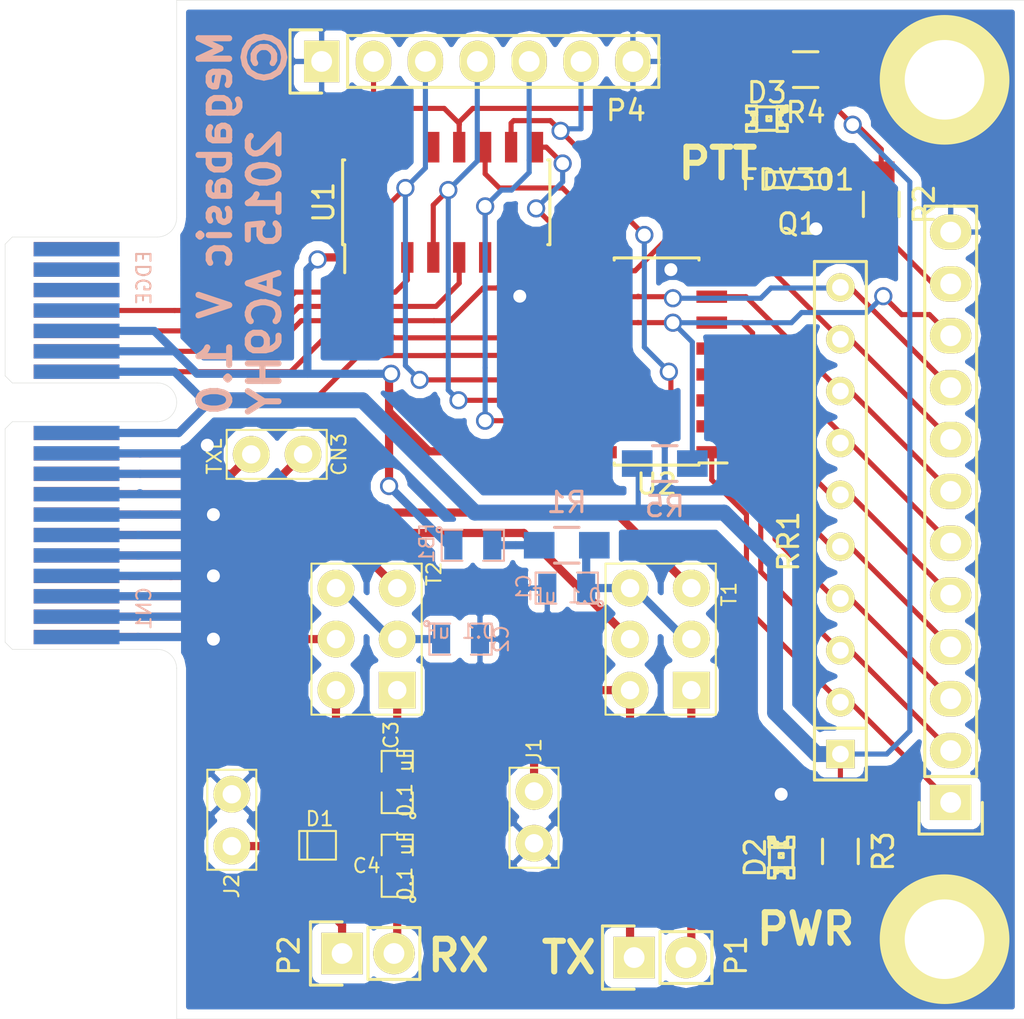
<source format=kicad_pcb>
(kicad_pcb (version 4) (host pcbnew "(2014-10-27 BZR 5228)-product")

  (general
    (links 98)
    (no_connects 0)
    (area 99.389999 72.389999 140.910001 122.310001)
    (thickness 1.6)
    (drawings 10)
    (tracks 392)
    (zones 0)
    (modules 29)
    (nets 49)
  )

  (page USLetter)
  (title_block
    (title "Hermes-Lite Basic RF Frontend")
    (date "19 Oct 2014")
    (rev 0.9)
    (company SofterHardware)
    (comment 1 KF7O)
  )

  (layers
    (0 F.Cu signal)
    (31 B.Cu signal)
    (32 B.Adhes user hide)
    (33 F.Adhes user hide)
    (34 B.Paste user hide)
    (35 F.Paste user hide)
    (36 B.SilkS user)
    (37 F.SilkS user)
    (38 B.Mask user)
    (39 F.Mask user)
    (40 Dwgs.User user hide)
    (41 Cmts.User user hide)
    (42 Eco1.User user hide)
    (43 Eco2.User user hide)
    (44 Edge.Cuts user)
  )

  (setup
    (last_trace_width 0.25)
    (user_trace_width 0.4)
    (user_trace_width 0.78)
    (user_trace_width 1)
    (trace_clearance 0.205)
    (zone_clearance 0.45)
    (zone_45_only no)
    (trace_min 0.25)
    (segment_width 0.2)
    (edge_width 0.02)
    (via_size 0.889)
    (via_drill 0.635)
    (via_min_size 0.889)
    (via_min_drill 0.508)
    (user_via 1.397 0.813)
    (uvia_size 0.508)
    (uvia_drill 0.127)
    (uvias_allowed no)
    (uvia_min_size 0.508)
    (uvia_min_drill 0.127)
    (pcb_text_width 0.3)
    (pcb_text_size 1.5 1.5)
    (mod_edge_width 0.1)
    (mod_text_size 1 1)
    (mod_text_width 0.15)
    (pad_size 6.35 6.35)
    (pad_drill 3.9)
    (pad_to_mask_clearance 0)
    (aux_axis_origin 90.95 72.4)
    (visible_elements 7FFEFFFF)
    (pcbplotparams
      (layerselection 0x010f0_80000001)
      (usegerberextensions true)
      (excludeedgelayer true)
      (linewidth 0.100000)
      (plotframeref false)
      (viasonmask true)
      (mode 1)
      (useauxorigin true)
      (hpglpennumber 1)
      (hpglpenspeed 20)
      (hpglpendiameter 15)
      (hpglpenoverlay 2)
      (psnegative false)
      (psa4output false)
      (plotreference true)
      (plotvalue false)
      (plotinvisibletext false)
      (padsonsilk false)
      (subtractmaskfromsilk false)
      (outputformat 1)
      (mirror false)
      (drillshape 0)
      (scaleselection 1)
      (outputdirectory gerber/))
  )

  (net 0 "")
  (net 1 "Net-(CN1-PadA11)")
  (net 2 "Net-(CN1-PadA15)")
  (net 3 "Net-(CN1-PadA17)")
  (net 4 "Net-(CN1-PadB2)")
  (net 5 "Net-(CN1-PadB3)")
  (net 6 "Net-(CN1-PadB5)")
  (net 7 "Net-(CN1-PadB6)")
  (net 8 "Net-(CN1-PadB8)")
  (net 9 "Net-(CN1-PadB9)")
  (net 10 "Net-(CN1-PadB11)")
  (net 11 "Net-(CN1-PadB12)")
  (net 12 "Net-(CN1-PadB13)")
  (net 13 "Net-(CN1-PadB14)")
  (net 14 "Net-(CN1-PadB15)")
  (net 15 "Net-(CN1-PadB16)")
  (net 16 "Net-(CN1-PadB17)")
  (net 17 "Net-(CN1-PadB18)")
  (net 18 "Net-(C1-Pad1)")
  (net 19 "Net-(C2-Pad1)")
  (net 20 "Net-(C3-Pad1)")
  (net 21 "Net-(C3-Pad2)")
  (net 22 "Net-(C4-Pad1)")
  (net 23 "Net-(D1-Pad2)")
  (net 24 "Net-(FB1-Pad2)")
  (net 25 VCC)
  (net 26 "Net-(D2-Pad1)")
  (net 27 "Net-(D3-Pad1)")
  (net 28 "Net-(D3-Pad2)")
  (net 29 "Net-(J1-Pad2)")
  (net 30 "Net-(P1-Pad2)")
  (net 31 "Net-(P3-Pad1)")
  (net 32 "Net-(P3-Pad2)")
  (net 33 "Net-(P3-Pad10)")
  (net 34 "Net-(P3-Pad3)")
  (net 35 "Net-(P3-Pad4)")
  (net 36 "Net-(P3-Pad5)")
  (net 37 "Net-(P3-Pad6)")
  (net 38 "Net-(P3-Pad7)")
  (net 39 "Net-(P3-Pad8)")
  (net 40 "Net-(P3-Pad9)")
  (net 41 "Net-(CN1-PadA16)")
  (net 42 "Net-(CN1-PadA18)")
  (net 43 VSS)
  (net 44 "Net-(P4-Pad2)")
  (net 45 "Net-(P4-Pad3)")
  (net 46 "Net-(P4-Pad4)")
  (net 47 "Net-(P4-Pad5)")
  (net 48 "Net-(P4-Pad6)")

  (net_class Default "This is the default net class."
    (clearance 0.205)
    (trace_width 0.25)
    (via_dia 0.889)
    (via_drill 0.635)
    (uvia_dia 0.508)
    (uvia_drill 0.127)
    (add_net "Net-(C1-Pad1)")
    (add_net "Net-(C2-Pad1)")
    (add_net "Net-(C3-Pad1)")
    (add_net "Net-(C3-Pad2)")
    (add_net "Net-(C4-Pad1)")
    (add_net "Net-(CN1-PadA11)")
    (add_net "Net-(CN1-PadA15)")
    (add_net "Net-(CN1-PadA16)")
    (add_net "Net-(CN1-PadA17)")
    (add_net "Net-(CN1-PadA18)")
    (add_net "Net-(CN1-PadB11)")
    (add_net "Net-(CN1-PadB12)")
    (add_net "Net-(CN1-PadB13)")
    (add_net "Net-(CN1-PadB14)")
    (add_net "Net-(CN1-PadB15)")
    (add_net "Net-(CN1-PadB16)")
    (add_net "Net-(CN1-PadB17)")
    (add_net "Net-(CN1-PadB18)")
    (add_net "Net-(CN1-PadB2)")
    (add_net "Net-(CN1-PadB3)")
    (add_net "Net-(CN1-PadB5)")
    (add_net "Net-(CN1-PadB6)")
    (add_net "Net-(CN1-PadB8)")
    (add_net "Net-(CN1-PadB9)")
    (add_net "Net-(D1-Pad2)")
    (add_net "Net-(D2-Pad1)")
    (add_net "Net-(D3-Pad1)")
    (add_net "Net-(D3-Pad2)")
    (add_net "Net-(FB1-Pad2)")
    (add_net "Net-(J1-Pad2)")
    (add_net "Net-(P1-Pad2)")
    (add_net "Net-(P3-Pad1)")
    (add_net "Net-(P3-Pad10)")
    (add_net "Net-(P3-Pad2)")
    (add_net "Net-(P3-Pad3)")
    (add_net "Net-(P3-Pad4)")
    (add_net "Net-(P3-Pad5)")
    (add_net "Net-(P3-Pad6)")
    (add_net "Net-(P3-Pad7)")
    (add_net "Net-(P3-Pad8)")
    (add_net "Net-(P3-Pad9)")
    (add_net "Net-(P4-Pad2)")
    (add_net "Net-(P4-Pad3)")
    (add_net "Net-(P4-Pad4)")
    (add_net "Net-(P4-Pad5)")
    (add_net "Net-(P4-Pad6)")
    (add_net VCC)
    (add_net VSS)
  )

  (module HERMESLITE:MH (layer F.Cu) (tedit 5517FE64) (tstamp 54753CA3)
    (at 135.5 76.3)
    (zone_connect 2)
    (fp_text reference MH (at -4.1 -2) (layer F.SilkS) hide
      (effects (font (size 0.7 0.7) (thickness 0.1)))
    )
    (fp_text value VAL** (at -4.5 1.6) (layer F.SilkS) hide
      (effects (font (size 0.7 0.7) (thickness 0.1)))
    )
    (pad 2 thru_hole circle (at 1.5 0) (size 6.35 6.35) (drill 3.9) (layers *.Cu *.Mask F.SilkS)
      (net 43 VSS) (zone_connect 2))
  )

  (module HERMESLITE:MH (layer F.Cu) (tedit 5517FE59) (tstamp 54431AF8)
    (at 135.5 118.4)
    (zone_connect 2)
    (fp_text reference MH (at -4.1 -2) (layer F.SilkS) hide
      (effects (font (size 0.7 0.7) (thickness 0.1)))
    )
    (fp_text value VAL** (at -4.5 1.6) (layer F.SilkS) hide
      (effects (font (size 0.7 0.7) (thickness 0.1)))
    )
    (pad 1 thru_hole circle (at 1.5 0) (size 6.35 6.35) (drill 3.9) (layers *.Cu *.Mask F.SilkS)
      (net 43 VSS) (zone_connect 2))
  )

  (module SMD_Packages:SMD-0805 (layer B.Cu) (tedit 5444919A) (tstamp 54434A8E)
    (at 118.5 101.2 180)
    (path /544344BB)
    (attr smd)
    (fp_text reference C1 (at 2.1 0 270) (layer B.SilkS)
      (effects (font (size 0.7 0.7) (thickness 0.1)) (justify mirror))
    )
    (fp_text value "0.1 uF" (at 0 -0.381 180) (layer B.SilkS)
      (effects (font (size 0.7 0.7) (thickness 0.1)) (justify mirror))
    )
    (fp_circle (center -1.651 -0.762) (end -1.651 -0.635) (layer B.SilkS) (width 0.09906))
    (fp_line (start -0.508 -0.762) (end -1.524 -0.762) (layer B.SilkS) (width 0.09906))
    (fp_line (start -1.524 -0.762) (end -1.524 0.762) (layer B.SilkS) (width 0.09906))
    (fp_line (start -1.524 0.762) (end -0.508 0.762) (layer B.SilkS) (width 0.09906))
    (fp_line (start 0.508 0.762) (end 1.524 0.762) (layer B.SilkS) (width 0.09906))
    (fp_line (start 1.524 0.762) (end 1.524 -0.762) (layer B.SilkS) (width 0.09906))
    (fp_line (start 1.524 -0.762) (end 0.508 -0.762) (layer B.SilkS) (width 0.09906))
    (pad 1 smd rect (at -0.9525 0 180) (size 0.889 1.397) (layers B.Cu B.Paste B.Mask)
      (net 18 "Net-(C1-Pad1)"))
    (pad 2 smd rect (at 0.9525 0 180) (size 0.889 1.397) (layers B.Cu B.Paste B.Mask)
      (net 43 VSS))
    (model smd/chip_cms.wrl
      (at (xyz 0 0 0))
      (scale (xyz 0.1000000014901161 0.1000000014901161 0.1000000014901161))
      (rotate (xyz 0 0 0))
    )
  )

  (module SMD_Packages:SMD-0805 (layer B.Cu) (tedit 54441F54) (tstamp 54434A94)
    (at 113.3 103.7)
    (path /5443416A)
    (zone_connect 1)
    (attr smd)
    (fp_text reference C2 (at 2 0 90) (layer B.SilkS)
      (effects (font (size 0.7 0.7) (thickness 0.1)) (justify mirror))
    )
    (fp_text value "0.1 uF" (at 0 -0.381) (layer B.SilkS)
      (effects (font (size 0.7 0.7) (thickness 0.1)) (justify mirror))
    )
    (fp_circle (center -1.651 -0.762) (end -1.651 -0.635) (layer B.SilkS) (width 0.09906))
    (fp_line (start -0.508 -0.762) (end -1.524 -0.762) (layer B.SilkS) (width 0.09906))
    (fp_line (start -1.524 -0.762) (end -1.524 0.762) (layer B.SilkS) (width 0.09906))
    (fp_line (start -1.524 0.762) (end -0.508 0.762) (layer B.SilkS) (width 0.09906))
    (fp_line (start 0.508 0.762) (end 1.524 0.762) (layer B.SilkS) (width 0.09906))
    (fp_line (start 1.524 0.762) (end 1.524 -0.762) (layer B.SilkS) (width 0.09906))
    (fp_line (start 1.524 -0.762) (end 0.508 -0.762) (layer B.SilkS) (width 0.09906))
    (pad 1 smd rect (at -0.9525 0) (size 0.889 1.397) (layers B.Cu B.Paste B.Mask)
      (net 19 "Net-(C2-Pad1)") (zone_connect 1))
    (pad 2 smd rect (at 0.9525 0) (size 0.889 1.397) (layers B.Cu B.Paste B.Mask)
      (net 43 VSS) (zone_connect 1))
    (model smd/chip_cms.wrl
      (at (xyz 0 0 0))
      (scale (xyz 0.1 0.1 0.1))
      (rotate (xyz 0 0 0))
    )
  )

  (module SMD_Packages:SMD-0805 (layer F.Cu) (tedit 544491A5) (tstamp 55169B1D)
    (at 110.2 110.7 90)
    (path /544340F2)
    (attr smd)
    (fp_text reference C3 (at 2.3 -0.3 90) (layer F.SilkS)
      (effects (font (size 0.7 0.7) (thickness 0.1)))
    )
    (fp_text value "0.1 uF" (at 0 0.381 90) (layer F.SilkS)
      (effects (font (size 0.7 0.7) (thickness 0.1)))
    )
    (fp_circle (center -1.651 0.762) (end -1.651 0.635) (layer F.SilkS) (width 0.09906))
    (fp_line (start -0.508 0.762) (end -1.524 0.762) (layer F.SilkS) (width 0.09906))
    (fp_line (start -1.524 0.762) (end -1.524 -0.762) (layer F.SilkS) (width 0.09906))
    (fp_line (start -1.524 -0.762) (end -0.508 -0.762) (layer F.SilkS) (width 0.09906))
    (fp_line (start 0.508 -0.762) (end 1.524 -0.762) (layer F.SilkS) (width 0.09906))
    (fp_line (start 1.524 -0.762) (end 1.524 0.762) (layer F.SilkS) (width 0.09906))
    (fp_line (start 1.524 0.762) (end 0.508 0.762) (layer F.SilkS) (width 0.09906))
    (pad 1 smd rect (at -0.9525 0 90) (size 0.889 1.397) (layers F.Cu F.Paste F.Mask)
      (net 20 "Net-(C3-Pad1)"))
    (pad 2 smd rect (at 0.9525 0 90) (size 0.889 1.397) (layers F.Cu F.Paste F.Mask)
      (net 21 "Net-(C3-Pad2)"))
    (model smd/chip_cms.wrl
      (at (xyz 0 0 0))
      (scale (xyz 0.1000000014901161 0.1000000014901161 0.1000000014901161))
      (rotate (xyz 0 0 0))
    )
  )

  (module SMD_Packages:SMD-0805 (layer F.Cu) (tedit 54441F9C) (tstamp 54434AA0)
    (at 110.2 114.8 90)
    (path /5443411D)
    (attr smd)
    (fp_text reference C4 (at 0 -1.5 360) (layer F.SilkS)
      (effects (font (size 0.7 0.7) (thickness 0.1)))
    )
    (fp_text value "0.1 uF" (at 0 0.381 90) (layer F.SilkS)
      (effects (font (size 0.7 0.7) (thickness 0.1)))
    )
    (fp_circle (center -1.651 0.762) (end -1.651 0.635) (layer F.SilkS) (width 0.09906))
    (fp_line (start -0.508 0.762) (end -1.524 0.762) (layer F.SilkS) (width 0.09906))
    (fp_line (start -1.524 0.762) (end -1.524 -0.762) (layer F.SilkS) (width 0.09906))
    (fp_line (start -1.524 -0.762) (end -0.508 -0.762) (layer F.SilkS) (width 0.09906))
    (fp_line (start 0.508 -0.762) (end 1.524 -0.762) (layer F.SilkS) (width 0.09906))
    (fp_line (start 1.524 -0.762) (end 1.524 0.762) (layer F.SilkS) (width 0.09906))
    (fp_line (start 1.524 0.762) (end 0.508 0.762) (layer F.SilkS) (width 0.09906))
    (pad 1 smd rect (at -0.9525 0 90) (size 0.889 1.397) (layers F.Cu F.Paste F.Mask)
      (net 22 "Net-(C4-Pad1)"))
    (pad 2 smd rect (at 0.9525 0 90) (size 0.889 1.397) (layers F.Cu F.Paste F.Mask)
      (net 20 "Net-(C3-Pad1)"))
    (model smd/chip_cms.wrl
      (at (xyz 0 0 0))
      (scale (xyz 0.1000000014901161 0.1000000014901161 0.1000000014901161))
      (rotate (xyz 0 0 0))
    )
  )

  (module HERMESLITE:SOD323 (layer F.Cu) (tedit 54441F94) (tstamp 54434AA6)
    (at 106.3 113.8 180)
    (descr SOD323)
    (path /544342D9)
    (fp_text reference D1 (at -0.1 1.3 180) (layer F.SilkS)
      (effects (font (size 0.7 0.7) (thickness 0.1)))
    )
    (fp_text value DIODESCH2 (at 0 1.19888 180) (layer F.SilkS) hide
      (effects (font (size 0.7 0.7) (thickness 0.1)))
    )
    (fp_line (start 0.50038 -0.70104) (end 0.50038 0.70104) (layer F.SilkS) (width 0.1))
    (fp_line (start 0.89916 -0.70104) (end -0.89916 -0.70104) (layer F.SilkS) (width 0.1))
    (fp_line (start -0.89916 -0.70104) (end -0.89916 0.70104) (layer F.SilkS) (width 0.1))
    (fp_line (start -0.89916 0.70104) (end 0.89916 0.70104) (layer F.SilkS) (width 0.1))
    (fp_line (start 0.89916 0.70104) (end 0.89916 -0.70104) (layer F.SilkS) (width 0.1))
    (pad 2 smd rect (at 1.09982 0 180) (size 1.00076 0.59944) (layers F.Cu F.Paste F.Mask)
      (net 23 "Net-(D1-Pad2)"))
    (pad 1 smd rect (at -1.09982 0 180) (size 1.00076 0.59944) (layers F.Cu F.Paste F.Mask)
      (net 20 "Net-(C3-Pad1)"))
    (model walter/smd_diode/sod323.wrl
      (at (xyz 0 0 0))
      (scale (xyz 1 1 1))
      (rotate (xyz 0 0 0))
    )
  )

  (module SMD_Packages:SMD-0805 (layer B.Cu) (tedit 5476CC30) (tstamp 54434AAC)
    (at 113.9 99.1)
    (path /54434516)
    (attr smd)
    (fp_text reference FB1 (at -2.25 -0.1 270) (layer B.SilkS)
      (effects (font (size 0.7 0.7) (thickness 0.1)) (justify mirror))
    )
    (fp_text value FB (at 0 -0.381) (layer B.SilkS) hide
      (effects (font (size 0.7 0.7) (thickness 0.1)) (justify mirror))
    )
    (fp_circle (center -1.651 -0.762) (end -1.651 -0.635) (layer B.SilkS) (width 0.09906))
    (fp_line (start -0.508 -0.762) (end -1.524 -0.762) (layer B.SilkS) (width 0.09906))
    (fp_line (start -1.524 -0.762) (end -1.524 0.762) (layer B.SilkS) (width 0.09906))
    (fp_line (start -1.524 0.762) (end -0.508 0.762) (layer B.SilkS) (width 0.09906))
    (fp_line (start 0.508 0.762) (end 1.524 0.762) (layer B.SilkS) (width 0.09906))
    (fp_line (start 1.524 0.762) (end 1.524 -0.762) (layer B.SilkS) (width 0.09906))
    (fp_line (start 1.524 -0.762) (end 0.508 -0.762) (layer B.SilkS) (width 0.09906))
    (pad 1 smd rect (at -0.9525 0) (size 0.889 1.397) (layers B.Cu B.Paste B.Mask)
      (net 25 VCC))
    (pad 2 smd rect (at 0.9525 0) (size 0.889 1.397) (layers B.Cu B.Paste B.Mask)
      (net 24 "Net-(FB1-Pad2)"))
    (model smd/chip_cms.wrl
      (at (xyz 0 0 0))
      (scale (xyz 0.1000000014901161 0.1000000014901161 0.1000000014901161))
      (rotate (xyz 0 0 0))
    )
  )

  (module HERMESLITE:JUMPER (layer F.Cu) (tedit 54775567) (tstamp 544413C7)
    (at 116.9 113.7)
    (path /5516B370)
    (zone_connect 1)
    (fp_text reference J1 (at 0 -4.55 90) (layer F.SilkS)
      (effects (font (size 0.7 0.7) (thickness 0.1)))
    )
    (fp_text value CONN_02X01 (at 0 2.1 90) (layer F.SilkS) hide
      (effects (font (size 0.7 0.7) (thickness 0.1)))
    )
    (fp_line (start -1.2 -3.7) (end -1.2 1.2) (layer F.SilkS) (width 0.1))
    (fp_line (start -1.2 1.2) (end 1.2 1.2) (layer F.SilkS) (width 0.1))
    (fp_line (start 1.2 1.2) (end 1.2 -3.7) (layer F.SilkS) (width 0.1))
    (fp_line (start 1.2 -3.7) (end -1.2 -3.7) (layer F.SilkS) (width 0.1))
    (pad 1 thru_hole circle (at 0 0) (size 1.8 1.8) (drill 0.9) (layers *.Cu *.Mask F.SilkS)
      (net 43 VSS) (zone_connect 1))
    (pad 2 thru_hole circle (at 0 -2.54) (size 1.8 1.8) (drill 0.9) (layers *.Cu *.Mask F.SilkS)
      (net 29 "Net-(J1-Pad2)") (zone_connect 1))
  )

  (module HERMESLITE:JUMPER (layer F.Cu) (tedit 5516A4D6) (tstamp 544413CD)
    (at 102.1 111.3 180)
    (path /5516AF94)
    (zone_connect 1)
    (fp_text reference J2 (at 0 -4.5 270) (layer F.SilkS)
      (effects (font (size 0.7 0.7) (thickness 0.1)))
    )
    (fp_text value CONN_02X01 (at 0 2 270) (layer F.SilkS) hide
      (effects (font (size 0.7 0.7) (thickness 0.1)))
    )
    (fp_line (start -1.2 -3.7) (end -1.2 1.2) (layer F.SilkS) (width 0.1))
    (fp_line (start -1.2 1.2) (end 1.2 1.2) (layer F.SilkS) (width 0.1))
    (fp_line (start 1.2 1.2) (end 1.2 -3.7) (layer F.SilkS) (width 0.1))
    (fp_line (start 1.2 -3.7) (end -1.2 -3.7) (layer F.SilkS) (width 0.1))
    (pad 1 thru_hole circle (at 0 0 180) (size 1.8 1.8) (drill 0.9) (layers *.Cu *.Mask F.SilkS)
      (net 43 VSS) (zone_connect 1))
    (pad 2 thru_hole circle (at 0 -2.54 180) (size 1.8 1.8) (drill 0.9) (layers *.Cu *.Mask F.SilkS)
      (net 23 "Net-(D1-Pad2)") (zone_connect 1))
  )

  (module HERMESLITE:TRANSFREV (layer F.Cu) (tedit 5476CC11) (tstamp 544413D7)
    (at 121.6 106.2)
    (path /54434023)
    (fp_text reference T1 (at 4.85 -4.7 90) (layer F.SilkS)
      (effects (font (size 0.7 0.7) (thickness 0.1)))
    )
    (fp_text value 4:1 (at 2 2.1) (layer F.SilkS) hide
      (effects (font (size 0.7 0.7) (thickness 0.1)))
    )
    (fp_line (start -1.2 1.2) (end -1.2 -6.2) (layer F.SilkS) (width 0.1))
    (fp_line (start -1.2 -6.2) (end 4.2 -6.2) (layer F.SilkS) (width 0.1))
    (fp_line (start 4.2 -6.2) (end 4.2 1.2) (layer F.SilkS) (width 0.1))
    (fp_line (start 4.2 1.2) (end -1.2 1.2) (layer F.SilkS) (width 0.1))
    (pad 2 thru_hole circle (at 0 0) (size 1.8 1.8) (drill 0.9) (layers *.Cu *.Mask F.SilkS)
      (net 29 "Net-(J1-Pad2)"))
    (pad 4 thru_hole circle (at 0 -2.5) (size 1.8 1.8) (drill 0.9) (layers *.Cu *.Mask F.SilkS)
      (net 6 "Net-(CN1-PadB5)"))
    (pad 1 thru_hole rect (at 3 0) (size 1.8 1.8) (drill 0.9) (layers *.Cu *.Mask F.SilkS)
      (net 30 "Net-(P1-Pad2)"))
    (pad 6 thru_hole circle (at 0 -5) (size 1.8 1.8) (drill 0.9) (layers *.Cu *.Mask F.SilkS)
      (net 18 "Net-(C1-Pad1)"))
    (pad 5 thru_hole circle (at 3 -5) (size 1.8 1.8) (drill 0.9) (layers *.Cu *.Mask F.SilkS)
      (net 7 "Net-(CN1-PadB6)"))
    (pad 3 thru_hole circle (at 3 -2.5) (size 1.8 1.8) (drill 0.9) (layers *.Cu *.Mask F.SilkS)
      (net 18 "Net-(C1-Pad1)"))
  )

  (module HERMESLITE:TRANSFREV (layer F.Cu) (tedit 54441F7A) (tstamp 544413E1)
    (at 107.2 106.2)
    (path /54433FF8)
    (fp_text reference T2 (at 4.8 -5.7 90) (layer F.SilkS)
      (effects (font (size 0.7 0.7) (thickness 0.1)))
    )
    (fp_text value 8:1 (at 2 2.1) (layer F.SilkS) hide
      (effects (font (size 0.7 0.7) (thickness 0.1)))
    )
    (fp_line (start -1.2 1.2) (end -1.2 -6.2) (layer F.SilkS) (width 0.1))
    (fp_line (start -1.2 -6.2) (end 4.2 -6.2) (layer F.SilkS) (width 0.1))
    (fp_line (start 4.2 -6.2) (end 4.2 1.2) (layer F.SilkS) (width 0.1))
    (fp_line (start 4.2 1.2) (end -1.2 1.2) (layer F.SilkS) (width 0.1))
    (pad 2 thru_hole circle (at 0 0) (size 1.8 1.8) (drill 0.9) (layers *.Cu *.Mask F.SilkS)
      (net 23 "Net-(D1-Pad2)"))
    (pad 4 thru_hole circle (at 0 -2.5) (size 1.8 1.8) (drill 0.9) (layers *.Cu *.Mask F.SilkS)
      (net 4 "Net-(CN1-PadB2)"))
    (pad 1 thru_hole rect (at 3 0) (size 1.8 1.8) (drill 0.9) (layers *.Cu *.Mask F.SilkS)
      (net 21 "Net-(C3-Pad2)"))
    (pad 6 thru_hole circle (at 0 -5) (size 1.8 1.8) (drill 0.9) (layers *.Cu *.Mask F.SilkS)
      (net 19 "Net-(C2-Pad1)"))
    (pad 5 thru_hole circle (at 3 -5) (size 1.8 1.8) (drill 0.9) (layers *.Cu *.Mask F.SilkS)
      (net 5 "Net-(CN1-PadB3)"))
    (pad 3 thru_hole circle (at 3 -2.5) (size 1.8 1.8) (drill 0.9) (layers *.Cu *.Mask F.SilkS)
      (net 19 "Net-(C2-Pad1)"))
  )

  (module HERMESLITE:EDGE (layer B.Cu) (tedit 543E0E46) (tstamp 54431773)
    (at 91 92.1 90)
    (path /54430BA6)
    (fp_text reference CN1 (at -10.1 6.8 90) (layer B.SilkS)
      (effects (font (size 0.7 0.7) (thickness 0.1)) (justify mirror))
    )
    (fp_text value EDGE (at 6.1 6.8 90) (layer B.SilkS)
      (effects (font (size 0.7 0.7) (thickness 0.1)) (justify mirror))
    )
    (fp_line (start -13 8.4) (end -14 8.4) (layer Edge.Cuts) (width 0.02))
    (fp_line (start 9.05 8.4) (end 10 8.4) (layer Edge.Cuts) (width 0.02))
    (fp_arc (start -13.05 7.45) (end -13.05 8.4) (angle -90) (layer Edge.Cuts) (width 0.02))
    (fp_line (start -11.75 0) (end -12.1 0.35) (layer Edge.Cuts) (width 0.02))
    (fp_line (start -12.1 0.35) (end -12.1 7.45) (layer Edge.Cuts) (width 0.02))
    (fp_line (start -1.3 0) (end -11.75 0) (layer Edge.Cuts) (width 0.02))
    (fp_arc (start 9.05 7.45) (end 8.1 7.45) (angle -90) (layer Edge.Cuts) (width 0.02))
    (fp_line (start 7.75 0) (end 8.1 0.35) (layer Edge.Cuts) (width 0.02))
    (fp_line (start 8.1 0.35) (end 8.1 7.45) (layer Edge.Cuts) (width 0.02))
    (fp_line (start 0.95 7.45) (end 0.95 0.35) (layer Edge.Cuts) (width 0.02))
    (fp_line (start 0.95 0.35) (end 1.3 0) (layer Edge.Cuts) (width 0.02))
    (fp_line (start 1.3 0) (end 7.75 0) (layer Edge.Cuts) (width 0.02))
    (fp_line (start -0.95 0.35) (end -0.95 7.45) (layer Edge.Cuts) (width 0.02))
    (fp_line (start -0.95 0.35) (end -1.3 0) (layer Edge.Cuts) (width 0.02))
    (fp_arc (start 0 7.45) (end -0.95 7.45) (angle -90) (layer Edge.Cuts) (width 0.02))
    (fp_arc (start 0 7.45) (end 0 8.4) (angle -90) (layer Edge.Cuts) (width 0.02))
    (pad A1 smd rect (at -11.5 3.5 90) (size 0.7 4.2) (layers B.Cu B.Mask)
      (net 43 VSS))
    (pad A2 smd rect (at -10.5 3.5 90) (size 0.7 4.2) (layers B.Cu B.Mask)
      (net 43 VSS))
    (pad A3 smd rect (at -9.5 3.5 90) (size 0.7 4.2) (layers B.Cu B.Mask)
      (net 43 VSS))
    (pad A4 smd rect (at -8.5 3.5 90) (size 0.7 4.2) (layers B.Cu B.Mask)
      (net 43 VSS))
    (pad A5 smd rect (at -7.5 3.5 90) (size 0.7 4.2) (layers B.Cu B.Mask)
      (net 43 VSS))
    (pad A6 smd rect (at -6.5 3.5 90) (size 0.7 4.2) (layers B.Cu B.Mask)
      (net 43 VSS))
    (pad A7 smd rect (at -5.5 3.5 90) (size 0.7 4.2) (layers B.Cu B.Mask)
      (net 43 VSS))
    (pad A8 smd rect (at -4.5 3.5 90) (size 0.7 4.2) (layers B.Cu B.Mask)
      (net 43 VSS))
    (pad A9 smd rect (at -3.5 3.5 90) (size 0.7 4.2) (layers B.Cu B.Mask)
      (net 43 VSS))
    (pad A10 smd rect (at -2.5 3.5 90) (size 0.7 4.2) (layers B.Cu B.Mask)
      (net 43 VSS))
    (pad A11 smd rect (at -1.5 3.5 90) (size 0.7 4.2) (layers B.Cu B.Mask)
      (net 1 "Net-(CN1-PadA11)"))
    (pad A12 smd rect (at 1.5 3.5 90) (size 0.7 4.2) (layers B.Cu B.Mask)
      (net 1 "Net-(CN1-PadA11)"))
    (pad A13 smd rect (at 2.5 3.5 90) (size 0.7 4.2) (layers B.Cu B.Mask)
      (net 25 VCC))
    (pad A14 smd rect (at 3.5 3.5 90) (size 0.7 4.2) (layers B.Cu B.Mask)
      (net 25 VCC))
    (pad A15 smd rect (at 4.5 3.5 90) (size 0.7 4.2) (layers B.Cu B.Mask)
      (net 2 "Net-(CN1-PadA15)"))
    (pad A16 smd rect (at 5.5 3.5 90) (size 0.7 4.2) (layers B.Cu B.Mask)
      (net 41 "Net-(CN1-PadA16)"))
    (pad A17 smd rect (at 6.5 3.5 90) (size 0.7 4.2) (layers B.Cu B.Mask)
      (net 3 "Net-(CN1-PadA17)"))
    (pad A18 smd rect (at 7.5 3.5 90) (size 0.7 4.2) (layers B.Cu B.Mask)
      (net 42 "Net-(CN1-PadA18)"))
    (pad B1 smd rect (at -11.5 3.5 90) (size 0.7 4.2) (layers F.Cu F.Mask)
      (net 43 VSS))
    (pad B2 smd rect (at -10.5 3.5 90) (size 0.7 4.2) (layers F.Cu F.Mask)
      (net 4 "Net-(CN1-PadB2)"))
    (pad B3 smd rect (at -9.5 3.5 90) (size 0.7 4.2) (layers F.Cu F.Mask)
      (net 5 "Net-(CN1-PadB3)"))
    (pad B4 smd rect (at -8.5 3.5 90) (size 0.7 4.2) (layers F.Cu F.Mask)
      (net 43 VSS))
    (pad B5 smd rect (at -7.5 3.5 90) (size 0.7 4.2) (layers F.Cu F.Mask)
      (net 6 "Net-(CN1-PadB5)"))
    (pad B6 smd rect (at -6.5 3.5 90) (size 0.7 4.2) (layers F.Cu F.Mask)
      (net 7 "Net-(CN1-PadB6)"))
    (pad B7 smd rect (at -5.5 3.5 90) (size 0.7 4.2) (layers F.Cu F.Mask)
      (net 43 VSS))
    (pad B8 smd rect (at -4.5 3.5 90) (size 0.7 4.2) (layers F.Cu F.Mask)
      (net 8 "Net-(CN1-PadB8)"))
    (pad B9 smd rect (at -3.5 3.5 90) (size 0.7 4.2) (layers F.Cu F.Mask)
      (net 9 "Net-(CN1-PadB9)"))
    (pad B10 smd rect (at -2.5 3.5 90) (size 0.7 4.2) (layers F.Cu F.Mask)
      (net 43 VSS))
    (pad B11 smd rect (at -1.5 3.5 90) (size 0.7 4.2) (layers F.Cu F.Mask)
      (net 10 "Net-(CN1-PadB11)"))
    (pad B12 smd rect (at 1.5 3.5 90) (size 0.7 4.2) (layers F.Cu F.Mask)
      (net 11 "Net-(CN1-PadB12)"))
    (pad B13 smd rect (at 2.5 3.5 90) (size 0.7 4.2) (layers F.Cu F.Mask)
      (net 12 "Net-(CN1-PadB13)"))
    (pad B14 smd rect (at 3.5 3.5 90) (size 0.7 4.2) (layers F.Cu F.Mask)
      (net 13 "Net-(CN1-PadB14)"))
    (pad B15 smd rect (at 4.5 3.5 90) (size 0.7 4.2) (layers F.Cu F.Mask)
      (net 14 "Net-(CN1-PadB15)"))
    (pad B16 smd rect (at 5.5 3.5 90) (size 0.7 4.2) (layers F.Cu F.Mask)
      (net 15 "Net-(CN1-PadB16)"))
    (pad B17 smd rect (at 6.5 3.5 90) (size 0.7 4.2) (layers F.Cu F.Mask)
      (net 16 "Net-(CN1-PadB17)"))
    (pad B18 smd rect (at 7.5 3.5 90) (size 0.7 4.2) (layers F.Cu F.Mask)
      (net 17 "Net-(CN1-PadB18)"))
  )

  (module HERMESLITE:JUMPER (layer F.Cu) (tedit 5476CC9E) (tstamp 54755674)
    (at 103.05 94.65 270)
    (path /547563D3)
    (fp_text reference CN3 (at 0 -4.3 270) (layer F.SilkS)
      (effects (font (size 0.7 0.7) (thickness 0.1)))
    )
    (fp_text value TXL (at 0.1 1.8 270) (layer F.SilkS)
      (effects (font (size 0.7 0.7) (thickness 0.1)))
    )
    (fp_line (start -1.2 -3.7) (end -1.2 1.2) (layer F.SilkS) (width 0.1))
    (fp_line (start -1.2 1.2) (end 1.2 1.2) (layer F.SilkS) (width 0.1))
    (fp_line (start 1.2 1.2) (end 1.2 -3.7) (layer F.SilkS) (width 0.1))
    (fp_line (start 1.2 -3.7) (end -1.2 -3.7) (layer F.SilkS) (width 0.1))
    (pad 1 thru_hole circle (at 0 0 270) (size 1.8 1.8) (drill 0.9) (layers *.Cu *.Mask F.SilkS)
      (net 9 "Net-(CN1-PadB9)"))
    (pad 2 thru_hole circle (at 0 -2.54 270) (size 1.8 1.8) (drill 0.9) (layers *.Cu *.Mask F.SilkS)
      (net 8 "Net-(CN1-PadB8)"))
  )

  (module LEDs:LED-0805 (layer F.Cu) (tedit 55169BFE) (tstamp 55169C7D)
    (at 129 114.4 90)
    (descr "LED 0805 smd package")
    (tags "LED 0805 SMD")
    (path /54DE764E)
    (attr smd)
    (fp_text reference D2 (at 0 -1.27 90) (layer F.SilkS)
      (effects (font (size 1 1) (thickness 0.15)))
    )
    (fp_text value "GREEN LED (PWR ON)" (at 0 1.27 90) (layer F.Fab)
      (effects (font (size 1 1) (thickness 0.15)))
    )
    (fp_line (start 0.49784 0.29972) (end 0.49784 0.62484) (layer F.SilkS) (width 0.15))
    (fp_line (start 0.49784 0.62484) (end 0.99822 0.62484) (layer F.SilkS) (width 0.15))
    (fp_line (start 0.99822 0.29972) (end 0.99822 0.62484) (layer F.SilkS) (width 0.15))
    (fp_line (start 0.49784 0.29972) (end 0.99822 0.29972) (layer F.SilkS) (width 0.15))
    (fp_line (start 0.49784 -0.32258) (end 0.49784 -0.17272) (layer F.SilkS) (width 0.15))
    (fp_line (start 0.49784 -0.17272) (end 0.7493 -0.17272) (layer F.SilkS) (width 0.15))
    (fp_line (start 0.7493 -0.32258) (end 0.7493 -0.17272) (layer F.SilkS) (width 0.15))
    (fp_line (start 0.49784 -0.32258) (end 0.7493 -0.32258) (layer F.SilkS) (width 0.15))
    (fp_line (start 0.49784 0.17272) (end 0.49784 0.32258) (layer F.SilkS) (width 0.15))
    (fp_line (start 0.49784 0.32258) (end 0.7493 0.32258) (layer F.SilkS) (width 0.15))
    (fp_line (start 0.7493 0.17272) (end 0.7493 0.32258) (layer F.SilkS) (width 0.15))
    (fp_line (start 0.49784 0.17272) (end 0.7493 0.17272) (layer F.SilkS) (width 0.15))
    (fp_line (start 0.49784 -0.19812) (end 0.49784 0.19812) (layer F.SilkS) (width 0.15))
    (fp_line (start 0.49784 0.19812) (end 0.6731 0.19812) (layer F.SilkS) (width 0.15))
    (fp_line (start 0.6731 -0.19812) (end 0.6731 0.19812) (layer F.SilkS) (width 0.15))
    (fp_line (start 0.49784 -0.19812) (end 0.6731 -0.19812) (layer F.SilkS) (width 0.15))
    (fp_line (start -0.99822 0.29972) (end -0.99822 0.62484) (layer F.SilkS) (width 0.15))
    (fp_line (start -0.99822 0.62484) (end -0.49784 0.62484) (layer F.SilkS) (width 0.15))
    (fp_line (start -0.49784 0.29972) (end -0.49784 0.62484) (layer F.SilkS) (width 0.15))
    (fp_line (start -0.99822 0.29972) (end -0.49784 0.29972) (layer F.SilkS) (width 0.15))
    (fp_line (start -0.99822 -0.62484) (end -0.99822 -0.29972) (layer F.SilkS) (width 0.15))
    (fp_line (start -0.99822 -0.29972) (end -0.49784 -0.29972) (layer F.SilkS) (width 0.15))
    (fp_line (start -0.49784 -0.62484) (end -0.49784 -0.29972) (layer F.SilkS) (width 0.15))
    (fp_line (start -0.99822 -0.62484) (end -0.49784 -0.62484) (layer F.SilkS) (width 0.15))
    (fp_line (start -0.7493 0.17272) (end -0.7493 0.32258) (layer F.SilkS) (width 0.15))
    (fp_line (start -0.7493 0.32258) (end -0.49784 0.32258) (layer F.SilkS) (width 0.15))
    (fp_line (start -0.49784 0.17272) (end -0.49784 0.32258) (layer F.SilkS) (width 0.15))
    (fp_line (start -0.7493 0.17272) (end -0.49784 0.17272) (layer F.SilkS) (width 0.15))
    (fp_line (start -0.7493 -0.32258) (end -0.7493 -0.17272) (layer F.SilkS) (width 0.15))
    (fp_line (start -0.7493 -0.17272) (end -0.49784 -0.17272) (layer F.SilkS) (width 0.15))
    (fp_line (start -0.49784 -0.32258) (end -0.49784 -0.17272) (layer F.SilkS) (width 0.15))
    (fp_line (start -0.7493 -0.32258) (end -0.49784 -0.32258) (layer F.SilkS) (width 0.15))
    (fp_line (start -0.6731 -0.19812) (end -0.6731 0.19812) (layer F.SilkS) (width 0.15))
    (fp_line (start -0.6731 0.19812) (end -0.49784 0.19812) (layer F.SilkS) (width 0.15))
    (fp_line (start -0.49784 -0.19812) (end -0.49784 0.19812) (layer F.SilkS) (width 0.15))
    (fp_line (start -0.6731 -0.19812) (end -0.49784 -0.19812) (layer F.SilkS) (width 0.15))
    (fp_line (start 0 -0.09906) (end 0 0.09906) (layer F.SilkS) (width 0.15))
    (fp_line (start 0 0.09906) (end 0.19812 0.09906) (layer F.SilkS) (width 0.15))
    (fp_line (start 0.19812 -0.09906) (end 0.19812 0.09906) (layer F.SilkS) (width 0.15))
    (fp_line (start 0 -0.09906) (end 0.19812 -0.09906) (layer F.SilkS) (width 0.15))
    (fp_line (start 0.49784 -0.59944) (end 0.49784 -0.29972) (layer F.SilkS) (width 0.15))
    (fp_line (start 0.49784 -0.29972) (end 0.79756 -0.29972) (layer F.SilkS) (width 0.15))
    (fp_line (start 0.79756 -0.59944) (end 0.79756 -0.29972) (layer F.SilkS) (width 0.15))
    (fp_line (start 0.49784 -0.59944) (end 0.79756 -0.59944) (layer F.SilkS) (width 0.15))
    (fp_line (start 0.92456 -0.62484) (end 0.92456 -0.39878) (layer F.SilkS) (width 0.15))
    (fp_line (start 0.92456 -0.39878) (end 0.99822 -0.39878) (layer F.SilkS) (width 0.15))
    (fp_line (start 0.99822 -0.62484) (end 0.99822 -0.39878) (layer F.SilkS) (width 0.15))
    (fp_line (start 0.92456 -0.62484) (end 0.99822 -0.62484) (layer F.SilkS) (width 0.15))
    (fp_line (start 0.52324 0.57404) (end -0.52324 0.57404) (layer F.SilkS) (width 0.15))
    (fp_line (start -0.49784 -0.57404) (end 0.92456 -0.57404) (layer F.SilkS) (width 0.15))
    (fp_circle (center 0.84836 -0.44958) (end 0.89916 -0.50038) (layer F.SilkS) (width 0.15))
    (fp_arc (start 0.99822 0) (end 0.99822 0.34798) (angle 180) (layer F.SilkS) (width 0.15))
    (fp_arc (start -0.99822 0) (end -0.99822 -0.34798) (angle 180) (layer F.SilkS) (width 0.15))
    (pad 1 smd rect (at -1.04902 0 90) (size 1.19888 1.19888) (layers F.Cu F.Paste F.Mask)
      (net 26 "Net-(D2-Pad1)"))
    (pad 2 smd rect (at 1.04902 0 90) (size 1.19888 1.19888) (layers F.Cu F.Paste F.Mask)
      (net 43 VSS))
  )

  (module LEDs:LED-0805 (layer F.Cu) (tedit 55169BFE) (tstamp 5516A1D4)
    (at 128.3 78.2)
    (descr "LED 0805 smd package")
    (tags "LED 0805 SMD")
    (path /54DE7ADA)
    (attr smd)
    (fp_text reference D3 (at 0 -1.27) (layer F.SilkS)
      (effects (font (size 1 1) (thickness 0.15)))
    )
    (fp_text value "RED LED (PTT)" (at 0 1.27) (layer F.Fab)
      (effects (font (size 1 1) (thickness 0.15)))
    )
    (fp_line (start 0.49784 0.29972) (end 0.49784 0.62484) (layer F.SilkS) (width 0.15))
    (fp_line (start 0.49784 0.62484) (end 0.99822 0.62484) (layer F.SilkS) (width 0.15))
    (fp_line (start 0.99822 0.29972) (end 0.99822 0.62484) (layer F.SilkS) (width 0.15))
    (fp_line (start 0.49784 0.29972) (end 0.99822 0.29972) (layer F.SilkS) (width 0.15))
    (fp_line (start 0.49784 -0.32258) (end 0.49784 -0.17272) (layer F.SilkS) (width 0.15))
    (fp_line (start 0.49784 -0.17272) (end 0.7493 -0.17272) (layer F.SilkS) (width 0.15))
    (fp_line (start 0.7493 -0.32258) (end 0.7493 -0.17272) (layer F.SilkS) (width 0.15))
    (fp_line (start 0.49784 -0.32258) (end 0.7493 -0.32258) (layer F.SilkS) (width 0.15))
    (fp_line (start 0.49784 0.17272) (end 0.49784 0.32258) (layer F.SilkS) (width 0.15))
    (fp_line (start 0.49784 0.32258) (end 0.7493 0.32258) (layer F.SilkS) (width 0.15))
    (fp_line (start 0.7493 0.17272) (end 0.7493 0.32258) (layer F.SilkS) (width 0.15))
    (fp_line (start 0.49784 0.17272) (end 0.7493 0.17272) (layer F.SilkS) (width 0.15))
    (fp_line (start 0.49784 -0.19812) (end 0.49784 0.19812) (layer F.SilkS) (width 0.15))
    (fp_line (start 0.49784 0.19812) (end 0.6731 0.19812) (layer F.SilkS) (width 0.15))
    (fp_line (start 0.6731 -0.19812) (end 0.6731 0.19812) (layer F.SilkS) (width 0.15))
    (fp_line (start 0.49784 -0.19812) (end 0.6731 -0.19812) (layer F.SilkS) (width 0.15))
    (fp_line (start -0.99822 0.29972) (end -0.99822 0.62484) (layer F.SilkS) (width 0.15))
    (fp_line (start -0.99822 0.62484) (end -0.49784 0.62484) (layer F.SilkS) (width 0.15))
    (fp_line (start -0.49784 0.29972) (end -0.49784 0.62484) (layer F.SilkS) (width 0.15))
    (fp_line (start -0.99822 0.29972) (end -0.49784 0.29972) (layer F.SilkS) (width 0.15))
    (fp_line (start -0.99822 -0.62484) (end -0.99822 -0.29972) (layer F.SilkS) (width 0.15))
    (fp_line (start -0.99822 -0.29972) (end -0.49784 -0.29972) (layer F.SilkS) (width 0.15))
    (fp_line (start -0.49784 -0.62484) (end -0.49784 -0.29972) (layer F.SilkS) (width 0.15))
    (fp_line (start -0.99822 -0.62484) (end -0.49784 -0.62484) (layer F.SilkS) (width 0.15))
    (fp_line (start -0.7493 0.17272) (end -0.7493 0.32258) (layer F.SilkS) (width 0.15))
    (fp_line (start -0.7493 0.32258) (end -0.49784 0.32258) (layer F.SilkS) (width 0.15))
    (fp_line (start -0.49784 0.17272) (end -0.49784 0.32258) (layer F.SilkS) (width 0.15))
    (fp_line (start -0.7493 0.17272) (end -0.49784 0.17272) (layer F.SilkS) (width 0.15))
    (fp_line (start -0.7493 -0.32258) (end -0.7493 -0.17272) (layer F.SilkS) (width 0.15))
    (fp_line (start -0.7493 -0.17272) (end -0.49784 -0.17272) (layer F.SilkS) (width 0.15))
    (fp_line (start -0.49784 -0.32258) (end -0.49784 -0.17272) (layer F.SilkS) (width 0.15))
    (fp_line (start -0.7493 -0.32258) (end -0.49784 -0.32258) (layer F.SilkS) (width 0.15))
    (fp_line (start -0.6731 -0.19812) (end -0.6731 0.19812) (layer F.SilkS) (width 0.15))
    (fp_line (start -0.6731 0.19812) (end -0.49784 0.19812) (layer F.SilkS) (width 0.15))
    (fp_line (start -0.49784 -0.19812) (end -0.49784 0.19812) (layer F.SilkS) (width 0.15))
    (fp_line (start -0.6731 -0.19812) (end -0.49784 -0.19812) (layer F.SilkS) (width 0.15))
    (fp_line (start 0 -0.09906) (end 0 0.09906) (layer F.SilkS) (width 0.15))
    (fp_line (start 0 0.09906) (end 0.19812 0.09906) (layer F.SilkS) (width 0.15))
    (fp_line (start 0.19812 -0.09906) (end 0.19812 0.09906) (layer F.SilkS) (width 0.15))
    (fp_line (start 0 -0.09906) (end 0.19812 -0.09906) (layer F.SilkS) (width 0.15))
    (fp_line (start 0.49784 -0.59944) (end 0.49784 -0.29972) (layer F.SilkS) (width 0.15))
    (fp_line (start 0.49784 -0.29972) (end 0.79756 -0.29972) (layer F.SilkS) (width 0.15))
    (fp_line (start 0.79756 -0.59944) (end 0.79756 -0.29972) (layer F.SilkS) (width 0.15))
    (fp_line (start 0.49784 -0.59944) (end 0.79756 -0.59944) (layer F.SilkS) (width 0.15))
    (fp_line (start 0.92456 -0.62484) (end 0.92456 -0.39878) (layer F.SilkS) (width 0.15))
    (fp_line (start 0.92456 -0.39878) (end 0.99822 -0.39878) (layer F.SilkS) (width 0.15))
    (fp_line (start 0.99822 -0.62484) (end 0.99822 -0.39878) (layer F.SilkS) (width 0.15))
    (fp_line (start 0.92456 -0.62484) (end 0.99822 -0.62484) (layer F.SilkS) (width 0.15))
    (fp_line (start 0.52324 0.57404) (end -0.52324 0.57404) (layer F.SilkS) (width 0.15))
    (fp_line (start -0.49784 -0.57404) (end 0.92456 -0.57404) (layer F.SilkS) (width 0.15))
    (fp_circle (center 0.84836 -0.44958) (end 0.89916 -0.50038) (layer F.SilkS) (width 0.15))
    (fp_arc (start 0.99822 0) (end 0.99822 0.34798) (angle 180) (layer F.SilkS) (width 0.15))
    (fp_arc (start -0.99822 0) (end -0.99822 -0.34798) (angle 180) (layer F.SilkS) (width 0.15))
    (pad 1 smd rect (at -1.04902 0) (size 1.19888 1.19888) (layers F.Cu F.Paste F.Mask)
      (net 27 "Net-(D3-Pad1)"))
    (pad 2 smd rect (at 1.04902 0) (size 1.19888 1.19888) (layers F.Cu F.Paste F.Mask)
      (net 28 "Net-(D3-Pad2)"))
  )

  (module Pin_Headers:Pin_Header_Straight_1x02 (layer F.Cu) (tedit 5516AEB5) (tstamp 55169C89)
    (at 121.8 119.3 90)
    (descr "Through hole pin header")
    (tags "pin header")
    (path /55169880)
    (fp_text reference P1 (at 0.1 5 90) (layer F.SilkS)
      (effects (font (size 1 1) (thickness 0.15)))
    )
    (fp_text value CONN_01X02 (at 0 -3.1 90) (layer F.Fab)
      (effects (font (size 1 1) (thickness 0.15)))
    )
    (fp_line (start 1.27 1.27) (end 1.27 3.81) (layer F.SilkS) (width 0.15))
    (fp_line (start 1.55 -1.55) (end 1.55 0) (layer F.SilkS) (width 0.15))
    (fp_line (start -1.75 -1.75) (end -1.75 4.3) (layer F.CrtYd) (width 0.05))
    (fp_line (start 1.75 -1.75) (end 1.75 4.3) (layer F.CrtYd) (width 0.05))
    (fp_line (start -1.75 -1.75) (end 1.75 -1.75) (layer F.CrtYd) (width 0.05))
    (fp_line (start -1.75 4.3) (end 1.75 4.3) (layer F.CrtYd) (width 0.05))
    (fp_line (start 1.27 1.27) (end -1.27 1.27) (layer F.SilkS) (width 0.15))
    (fp_line (start -1.55 0) (end -1.55 -1.55) (layer F.SilkS) (width 0.15))
    (fp_line (start -1.55 -1.55) (end 1.55 -1.55) (layer F.SilkS) (width 0.15))
    (fp_line (start -1.27 1.27) (end -1.27 3.81) (layer F.SilkS) (width 0.15))
    (fp_line (start -1.27 3.81) (end 1.27 3.81) (layer F.SilkS) (width 0.15))
    (pad 1 thru_hole rect (at 0 0 90) (size 2.032 2.032) (drill 1.016) (layers *.Cu *.Mask F.SilkS)
      (net 29 "Net-(J1-Pad2)"))
    (pad 2 thru_hole oval (at 0 2.54 90) (size 2.032 2.032) (drill 1.016) (layers *.Cu *.Mask F.SilkS)
      (net 30 "Net-(P1-Pad2)"))
    (model Pin_Headers.3dshapes/Pin_Header_Straight_1x02.wrl
      (at (xyz 0 -0.05 0))
      (scale (xyz 1 1 1))
      (rotate (xyz 0 0 90))
    )
  )

  (module Pin_Headers:Pin_Header_Straight_1x02 (layer F.Cu) (tedit 5516AEC2) (tstamp 55169C8F)
    (at 107.5 119.1 90)
    (descr "Through hole pin header")
    (tags "pin header")
    (path /55169975)
    (fp_text reference P2 (at -0.1 -2.6 90) (layer F.SilkS)
      (effects (font (size 1 1) (thickness 0.15)))
    )
    (fp_text value CONN_01X02 (at 0 -3.1 90) (layer F.Fab)
      (effects (font (size 1 1) (thickness 0.15)))
    )
    (fp_line (start 1.27 1.27) (end 1.27 3.81) (layer F.SilkS) (width 0.15))
    (fp_line (start 1.55 -1.55) (end 1.55 0) (layer F.SilkS) (width 0.15))
    (fp_line (start -1.75 -1.75) (end -1.75 4.3) (layer F.CrtYd) (width 0.05))
    (fp_line (start 1.75 -1.75) (end 1.75 4.3) (layer F.CrtYd) (width 0.05))
    (fp_line (start -1.75 -1.75) (end 1.75 -1.75) (layer F.CrtYd) (width 0.05))
    (fp_line (start -1.75 4.3) (end 1.75 4.3) (layer F.CrtYd) (width 0.05))
    (fp_line (start 1.27 1.27) (end -1.27 1.27) (layer F.SilkS) (width 0.15))
    (fp_line (start -1.55 0) (end -1.55 -1.55) (layer F.SilkS) (width 0.15))
    (fp_line (start -1.55 -1.55) (end 1.55 -1.55) (layer F.SilkS) (width 0.15))
    (fp_line (start -1.27 1.27) (end -1.27 3.81) (layer F.SilkS) (width 0.15))
    (fp_line (start -1.27 3.81) (end 1.27 3.81) (layer F.SilkS) (width 0.15))
    (pad 1 thru_hole rect (at 0 0 90) (size 2.032 2.032) (drill 1.016) (layers *.Cu *.Mask F.SilkS)
      (net 23 "Net-(D1-Pad2)"))
    (pad 2 thru_hole oval (at 0 2.54 90) (size 2.032 2.032) (drill 1.016) (layers *.Cu *.Mask F.SilkS)
      (net 22 "Net-(C4-Pad1)"))
    (model Pin_Headers.3dshapes/Pin_Header_Straight_1x02.wrl
      (at (xyz 0 -0.05 0))
      (scale (xyz 1 1 1))
      (rotate (xyz 0 0 90))
    )
  )

  (module HERMESLITE:SOT-23-GDS (layer F.Cu) (tedit 551693E4) (tstamp 55169C9C)
    (at 129.8 81.2 180)
    (descr "Module CMS SOT23 Transistore EBC")
    (tags "CMS SOT")
    (path /54DE6FB0)
    (attr smd)
    (fp_text reference Q1 (at 0 -2.159 180) (layer F.SilkS)
      (effects (font (size 1 1) (thickness 0.15)))
    )
    (fp_text value FDV301 (at 0 0 180) (layer F.SilkS)
      (effects (font (size 1 1) (thickness 0.15)))
    )
    (fp_line (start -1.524 -0.381) (end 1.524 -0.381) (layer F.SilkS) (width 0.15))
    (fp_line (start 1.524 -0.381) (end 1.524 0.381) (layer F.SilkS) (width 0.15))
    (fp_line (start 1.524 0.381) (end -1.524 0.381) (layer F.SilkS) (width 0.15))
    (fp_line (start -1.524 0.381) (end -1.524 -0.381) (layer F.SilkS) (width 0.15))
    (pad S smd rect (at -0.889 -1.016 180) (size 0.9144 0.9144) (layers F.Cu F.Paste F.Mask)
      (net 43 VSS))
    (pad G smd rect (at 0.889 -1.016 180) (size 0.9144 0.9144) (layers F.Cu F.Paste F.Mask)
      (net 44 "Net-(P4-Pad2)"))
    (pad D smd rect (at 0 1.016 180) (size 0.9144 0.9144) (layers F.Cu F.Paste F.Mask)
      (net 28 "Net-(D3-Pad2)"))
    (model SMD_Packages/SOT-23-GDS.wrl
      (at (xyz 0 0 0))
      (scale (xyz 0.13 0.15 0.15))
      (rotate (xyz 0 0 0))
    )
  )

  (module Resistors_SMD:R_0805_HandSoldering (layer B.Cu) (tedit 54189DEE) (tstamp 55169C9D)
    (at 118.5 99.1 180)
    (descr "Resistor SMD 0805, hand soldering")
    (tags "resistor 0805")
    (path /5443441E)
    (attr smd)
    (fp_text reference R1 (at 0 2.1 180) (layer B.SilkS)
      (effects (font (size 1 1) (thickness 0.15)) (justify mirror))
    )
    (fp_text value 0 (at 0 -2.1 180) (layer B.Fab)
      (effects (font (size 1 1) (thickness 0.15)) (justify mirror))
    )
    (fp_line (start -2.4 1) (end 2.4 1) (layer B.CrtYd) (width 0.05))
    (fp_line (start -2.4 -1) (end 2.4 -1) (layer B.CrtYd) (width 0.05))
    (fp_line (start -2.4 1) (end -2.4 -1) (layer B.CrtYd) (width 0.05))
    (fp_line (start 2.4 1) (end 2.4 -1) (layer B.CrtYd) (width 0.05))
    (fp_line (start 0.6 -0.875) (end -0.6 -0.875) (layer B.SilkS) (width 0.15))
    (fp_line (start -0.6 0.875) (end 0.6 0.875) (layer B.SilkS) (width 0.15))
    (pad 1 smd rect (at -1.35 0 180) (size 1.5 1.3) (layers B.Cu B.Paste B.Mask)
      (net 18 "Net-(C1-Pad1)"))
    (pad 2 smd rect (at 1.35 0 180) (size 1.5 1.3) (layers B.Cu B.Paste B.Mask)
      (net 24 "Net-(FB1-Pad2)"))
    (model Resistors_SMD.3dshapes/R_0805_HandSoldering.wrl
      (at (xyz 0 0 0))
      (scale (xyz 1 1 1))
      (rotate (xyz 0 0 0))
    )
  )

  (module Resistors_SMD:R_0805_HandSoldering (layer F.Cu) (tedit 54189DEE) (tstamp 55169CA7)
    (at 133.9 82.4 270)
    (descr "Resistor SMD 0805, hand soldering")
    (tags "resistor 0805")
    (path /54DE8DE6)
    (attr smd)
    (fp_text reference R2 (at 0 -2.1 270) (layer F.SilkS)
      (effects (font (size 1 1) (thickness 0.15)))
    )
    (fp_text value 10k (at 0 2.1 270) (layer F.Fab)
      (effects (font (size 1 1) (thickness 0.15)))
    )
    (fp_line (start -2.4 -1) (end 2.4 -1) (layer F.CrtYd) (width 0.05))
    (fp_line (start -2.4 1) (end 2.4 1) (layer F.CrtYd) (width 0.05))
    (fp_line (start -2.4 -1) (end -2.4 1) (layer F.CrtYd) (width 0.05))
    (fp_line (start 2.4 -1) (end 2.4 1) (layer F.CrtYd) (width 0.05))
    (fp_line (start 0.6 0.875) (end -0.6 0.875) (layer F.SilkS) (width 0.15))
    (fp_line (start -0.6 -0.875) (end 0.6 -0.875) (layer F.SilkS) (width 0.15))
    (pad 1 smd rect (at -1.35 0 270) (size 1.5 1.3) (layers F.Cu F.Paste F.Mask)
      (net 1 "Net-(CN1-PadA11)"))
    (pad 2 smd rect (at 1.35 0 270) (size 1.5 1.3) (layers F.Cu F.Paste F.Mask)
      (net 28 "Net-(D3-Pad2)"))
    (model Resistors_SMD.3dshapes/R_0805_HandSoldering.wrl
      (at (xyz 0 0 0))
      (scale (xyz 1 1 1))
      (rotate (xyz 0 0 0))
    )
  )

  (module Resistors_SMD:R_0805_HandSoldering (layer F.Cu) (tedit 54189DEE) (tstamp 55169CAD)
    (at 131.9 114.1 270)
    (descr "Resistor SMD 0805, hand soldering")
    (tags "resistor 0805")
    (path /54DE781D)
    (attr smd)
    (fp_text reference R3 (at 0 -2.1 270) (layer F.SilkS)
      (effects (font (size 1 1) (thickness 0.15)))
    )
    (fp_text value 4.99K (at 0 2.1 270) (layer F.Fab)
      (effects (font (size 1 1) (thickness 0.15)))
    )
    (fp_line (start -2.4 -1) (end 2.4 -1) (layer F.CrtYd) (width 0.05))
    (fp_line (start -2.4 1) (end 2.4 1) (layer F.CrtYd) (width 0.05))
    (fp_line (start -2.4 -1) (end -2.4 1) (layer F.CrtYd) (width 0.05))
    (fp_line (start 2.4 -1) (end 2.4 1) (layer F.CrtYd) (width 0.05))
    (fp_line (start 0.6 0.875) (end -0.6 0.875) (layer F.SilkS) (width 0.15))
    (fp_line (start -0.6 -0.875) (end 0.6 -0.875) (layer F.SilkS) (width 0.15))
    (pad 1 smd rect (at -1.35 0 270) (size 1.5 1.3) (layers F.Cu F.Paste F.Mask)
      (net 1 "Net-(CN1-PadA11)"))
    (pad 2 smd rect (at 1.35 0 270) (size 1.5 1.3) (layers F.Cu F.Paste F.Mask)
      (net 26 "Net-(D2-Pad1)"))
    (model Resistors_SMD.3dshapes/R_0805_HandSoldering.wrl
      (at (xyz 0 0 0))
      (scale (xyz 1 1 1))
      (rotate (xyz 0 0 0))
    )
  )

  (module Resistors_SMD:R_0805_HandSoldering (layer F.Cu) (tedit 54189DEE) (tstamp 55169CB3)
    (at 130.2 75.8 180)
    (descr "Resistor SMD 0805, hand soldering")
    (tags "resistor 0805")
    (path /54DE7AA3)
    (attr smd)
    (fp_text reference R4 (at 0 -2.1 180) (layer F.SilkS)
      (effects (font (size 1 1) (thickness 0.15)))
    )
    (fp_text value 4.99k (at 0 2.1 180) (layer F.Fab)
      (effects (font (size 1 1) (thickness 0.15)))
    )
    (fp_line (start -2.4 -1) (end 2.4 -1) (layer F.CrtYd) (width 0.05))
    (fp_line (start -2.4 1) (end 2.4 1) (layer F.CrtYd) (width 0.05))
    (fp_line (start -2.4 -1) (end -2.4 1) (layer F.CrtYd) (width 0.05))
    (fp_line (start 2.4 -1) (end 2.4 1) (layer F.CrtYd) (width 0.05))
    (fp_line (start 0.6 0.875) (end -0.6 0.875) (layer F.SilkS) (width 0.15))
    (fp_line (start -0.6 -0.875) (end 0.6 -0.875) (layer F.SilkS) (width 0.15))
    (pad 1 smd rect (at -1.35 0 180) (size 1.5 1.3) (layers F.Cu F.Paste F.Mask)
      (net 1 "Net-(CN1-PadA11)"))
    (pad 2 smd rect (at 1.35 0 180) (size 1.5 1.3) (layers F.Cu F.Paste F.Mask)
      (net 27 "Net-(D3-Pad1)"))
    (model Resistors_SMD.3dshapes/R_0805_HandSoldering.wrl
      (at (xyz 0 0 0))
      (scale (xyz 1 1 1))
      (rotate (xyz 0 0 0))
    )
  )

  (module Resistors_SMD:R_0805_HandSoldering (layer B.Cu) (tedit 54189DEE) (tstamp 55169CB9)
    (at 123.3 95.1)
    (descr "Resistor SMD 0805, hand soldering")
    (tags "resistor 0805")
    (path /54F169D2)
    (attr smd)
    (fp_text reference R5 (at 0 2.1) (layer B.SilkS)
      (effects (font (size 1 1) (thickness 0.15)) (justify mirror))
    )
    (fp_text value 10k (at 0 -2.1) (layer B.Fab)
      (effects (font (size 1 1) (thickness 0.15)) (justify mirror))
    )
    (fp_line (start -2.4 1) (end 2.4 1) (layer B.CrtYd) (width 0.05))
    (fp_line (start -2.4 -1) (end 2.4 -1) (layer B.CrtYd) (width 0.05))
    (fp_line (start -2.4 1) (end -2.4 -1) (layer B.CrtYd) (width 0.05))
    (fp_line (start 2.4 1) (end 2.4 -1) (layer B.CrtYd) (width 0.05))
    (fp_line (start 0.6 -0.875) (end -0.6 -0.875) (layer B.SilkS) (width 0.15))
    (fp_line (start -0.6 0.875) (end 0.6 0.875) (layer B.SilkS) (width 0.15))
    (pad 1 smd rect (at -1.35 0) (size 1.5 1.3) (layers B.Cu B.Paste B.Mask)
      (net 1 "Net-(CN1-PadA11)"))
    (pad 2 smd rect (at 1.35 0) (size 1.5 1.3) (layers B.Cu B.Paste B.Mask)
      (net 33 "Net-(P3-Pad10)"))
    (model Resistors_SMD.3dshapes/R_0805_HandSoldering.wrl
      (at (xyz 0 0 0))
      (scale (xyz 1 1 1))
      (rotate (xyz 0 0 0))
    )
  )

  (module Discret:r_pack9 (layer F.Cu) (tedit 55169BFE) (tstamp 55169CC7)
    (at 131.9 97.9 90)
    (descr "Connecteur 10 pins")
    (tags "CONN DEV")
    (path /54F13952)
    (fp_text reference RR1 (at -1.016 -2.54 90) (layer F.SilkS)
      (effects (font (size 1 1) (thickness 0.15)))
    )
    (fp_text value "RR9 - 10k" (at -0.762 2.286 90) (layer F.Fab)
      (effects (font (size 1 1) (thickness 0.15)))
    )
    (fp_line (start -12.7 1.27) (end -12.7 -1.27) (layer F.SilkS) (width 0.15))
    (fp_line (start -12.7 -1.27) (end 12.7 -1.27) (layer F.SilkS) (width 0.15))
    (fp_line (start 12.7 -1.27) (end 12.7 1.27) (layer F.SilkS) (width 0.15))
    (fp_line (start 12.7 1.27) (end -12.7 1.27) (layer F.SilkS) (width 0.15))
    (fp_line (start -10.16 1.27) (end -10.16 -1.27) (layer F.SilkS) (width 0.15))
    (pad 1 thru_hole rect (at -11.43 0 90) (size 1.397 1.397) (drill 0.8128) (layers *.Cu *.Mask F.SilkS)
      (net 1 "Net-(CN1-PadA11)"))
    (pad 2 thru_hole circle (at -8.89 0 90) (size 1.397 1.397) (drill 0.8128) (layers *.Cu *.Mask F.SilkS)
      (net 31 "Net-(P3-Pad1)"))
    (pad 3 thru_hole circle (at -6.35 0 90) (size 1.397 1.397) (drill 0.8128) (layers *.Cu *.Mask F.SilkS)
      (net 32 "Net-(P3-Pad2)"))
    (pad 4 thru_hole circle (at -3.81 0 90) (size 1.397 1.397) (drill 0.8128) (layers *.Cu *.Mask F.SilkS)
      (net 34 "Net-(P3-Pad3)"))
    (pad 5 thru_hole circle (at -1.27 0 90) (size 1.397 1.397) (drill 0.8128) (layers *.Cu *.Mask F.SilkS)
      (net 35 "Net-(P3-Pad4)"))
    (pad 6 thru_hole circle (at 1.27 0 90) (size 1.397 1.397) (drill 0.8128) (layers *.Cu *.Mask F.SilkS)
      (net 36 "Net-(P3-Pad5)"))
    (pad 7 thru_hole circle (at 3.81 0 90) (size 1.397 1.397) (drill 0.8128) (layers *.Cu *.Mask F.SilkS)
      (net 37 "Net-(P3-Pad6)"))
    (pad 8 thru_hole circle (at 6.35 0 90) (size 1.397 1.397) (drill 0.8128) (layers *.Cu *.Mask F.SilkS)
      (net 38 "Net-(P3-Pad7)"))
    (pad 9 thru_hole circle (at 8.89 0 90) (size 1.397 1.397) (drill 0.8128) (layers *.Cu *.Mask F.SilkS)
      (net 39 "Net-(P3-Pad8)"))
    (pad 10 thru_hole circle (at 11.43 0 90) (size 1.397 1.397) (drill 0.8128) (layers *.Cu *.Mask F.SilkS)
      (net 40 "Net-(P3-Pad9)"))
    (model Discret.3dshapes/r_pack9.wrl
      (at (xyz 0 0 0))
      (scale (xyz 1 1 1))
      (rotate (xyz 0 0 0))
    )
  )

  (module Housings_SOIC:SOIC-16_3.9x9.9mm_Pitch1.27mm (layer F.Cu) (tedit 54130A77) (tstamp 55169CDB)
    (at 112.6 82.3 90)
    (descr "16-Lead Plastic Small Outline (SL) - Narrow, 3.90 mm Body [SOIC] (see Microchip Packaging Specification 00000049BS.pdf)")
    (tags "SOIC 1.27")
    (path /54DF8B2B)
    (attr smd)
    (fp_text reference U1 (at 0 -6 90) (layer F.SilkS)
      (effects (font (size 1 1) (thickness 0.15)))
    )
    (fp_text value 4050 (at 0 6 90) (layer F.Fab)
      (effects (font (size 1 1) (thickness 0.15)))
    )
    (fp_line (start -3.7 -5.25) (end -3.7 5.25) (layer F.CrtYd) (width 0.05))
    (fp_line (start 3.7 -5.25) (end 3.7 5.25) (layer F.CrtYd) (width 0.05))
    (fp_line (start -3.7 -5.25) (end 3.7 -5.25) (layer F.CrtYd) (width 0.05))
    (fp_line (start -3.7 5.25) (end 3.7 5.25) (layer F.CrtYd) (width 0.05))
    (fp_line (start -2.075 -5.075) (end -2.075 -4.97) (layer F.SilkS) (width 0.15))
    (fp_line (start 2.075 -5.075) (end 2.075 -4.97) (layer F.SilkS) (width 0.15))
    (fp_line (start 2.075 5.075) (end 2.075 4.97) (layer F.SilkS) (width 0.15))
    (fp_line (start -2.075 5.075) (end -2.075 4.97) (layer F.SilkS) (width 0.15))
    (fp_line (start -2.075 -5.075) (end 2.075 -5.075) (layer F.SilkS) (width 0.15))
    (fp_line (start -2.075 5.075) (end 2.075 5.075) (layer F.SilkS) (width 0.15))
    (fp_line (start -2.075 -4.97) (end -3.45 -4.97) (layer F.SilkS) (width 0.15))
    (pad 1 smd rect (at -2.7 -4.445 90) (size 1.5 0.6) (layers F.Cu F.Paste F.Mask)
      (net 25 VCC))
    (pad 2 smd rect (at -2.7 -3.175 90) (size 1.5 0.6) (layers F.Cu F.Paste F.Mask)
      (net 45 "Net-(P4-Pad3)"))
    (pad 3 smd rect (at -2.7 -1.905 90) (size 1.5 0.6) (layers F.Cu F.Paste F.Mask)
      (net 14 "Net-(CN1-PadB15)"))
    (pad 4 smd rect (at -2.7 -0.635 90) (size 1.5 0.6) (layers F.Cu F.Paste F.Mask)
      (net 46 "Net-(P4-Pad4)"))
    (pad 5 smd rect (at -2.7 0.635 90) (size 1.5 0.6) (layers F.Cu F.Paste F.Mask)
      (net 13 "Net-(CN1-PadB14)"))
    (pad 6 smd rect (at -2.7 1.905 90) (size 1.5 0.6) (layers F.Cu F.Paste F.Mask)
      (net 47 "Net-(P4-Pad5)"))
    (pad 7 smd rect (at -2.7 3.175 90) (size 1.5 0.6) (layers F.Cu F.Paste F.Mask)
      (net 12 "Net-(CN1-PadB13)"))
    (pad 8 smd rect (at -2.7 4.445 90) (size 1.5 0.6) (layers F.Cu F.Paste F.Mask)
      (net 43 VSS))
    (pad 9 smd rect (at 2.7 4.445 90) (size 1.5 0.6) (layers F.Cu F.Paste F.Mask)
      (net 11 "Net-(CN1-PadB12)"))
    (pad 10 smd rect (at 2.7 3.175 90) (size 1.5 0.6) (layers F.Cu F.Paste F.Mask)
      (net 48 "Net-(P4-Pad6)"))
    (pad 11 smd rect (at 2.7 1.905 90) (size 1.5 0.6) (layers F.Cu F.Paste F.Mask)
      (net 10 "Net-(CN1-PadB11)"))
    (pad 12 smd rect (at 2.7 0.635 90) (size 1.5 0.6) (layers F.Cu F.Paste F.Mask)
      (net 44 "Net-(P4-Pad2)"))
    (pad 13 smd rect (at 2.7 -0.635 90) (size 1.5 0.6) (layers F.Cu F.Paste F.Mask))
    (pad 14 smd rect (at 2.7 -1.905 90) (size 1.5 0.6) (layers F.Cu F.Paste F.Mask))
    (pad 15 smd rect (at 2.7 -3.175 90) (size 1.5 0.6) (layers F.Cu F.Paste F.Mask))
    (pad 16 smd rect (at 2.7 -4.445 90) (size 1.5 0.6) (layers F.Cu F.Paste F.Mask))
    (model Housings_SOIC.3dshapes/SOIC-16_3.9x9.9mm_Pitch1.27mm.wrl
      (at (xyz 0 0 0))
      (scale (xyz 1 1 1))
      (rotate (xyz 0 0 0))
    )
  )

  (module Housings_SOIC:SOIC-16_3.9x9.9mm_Pitch1.27mm (layer F.Cu) (tedit 54130A77) (tstamp 55169CEF)
    (at 122.9 90.1 180)
    (descr "16-Lead Plastic Small Outline (SL) - Narrow, 3.90 mm Body [SOIC] (see Microchip Packaging Specification 00000049BS.pdf)")
    (tags "SOIC 1.27")
    (path /54DF7BAE)
    (attr smd)
    (fp_text reference U2 (at 0 -6 180) (layer F.SilkS)
      (effects (font (size 1 1) (thickness 0.15)))
    )
    (fp_text value 74LS145 (at 0 6 180) (layer F.Fab)
      (effects (font (size 1 1) (thickness 0.15)))
    )
    (fp_line (start -3.7 -5.25) (end -3.7 5.25) (layer F.CrtYd) (width 0.05))
    (fp_line (start 3.7 -5.25) (end 3.7 5.25) (layer F.CrtYd) (width 0.05))
    (fp_line (start -3.7 -5.25) (end 3.7 -5.25) (layer F.CrtYd) (width 0.05))
    (fp_line (start -3.7 5.25) (end 3.7 5.25) (layer F.CrtYd) (width 0.05))
    (fp_line (start -2.075 -5.075) (end -2.075 -4.97) (layer F.SilkS) (width 0.15))
    (fp_line (start 2.075 -5.075) (end 2.075 -4.97) (layer F.SilkS) (width 0.15))
    (fp_line (start 2.075 5.075) (end 2.075 4.97) (layer F.SilkS) (width 0.15))
    (fp_line (start -2.075 5.075) (end -2.075 4.97) (layer F.SilkS) (width 0.15))
    (fp_line (start -2.075 -5.075) (end 2.075 -5.075) (layer F.SilkS) (width 0.15))
    (fp_line (start -2.075 5.075) (end 2.075 5.075) (layer F.SilkS) (width 0.15))
    (fp_line (start -2.075 -4.97) (end -3.45 -4.97) (layer F.SilkS) (width 0.15))
    (pad 1 smd rect (at -2.7 -4.445 180) (size 1.5 0.6) (layers F.Cu F.Paste F.Mask)
      (net 31 "Net-(P3-Pad1)"))
    (pad 2 smd rect (at -2.7 -3.175 180) (size 1.5 0.6) (layers F.Cu F.Paste F.Mask)
      (net 32 "Net-(P3-Pad2)"))
    (pad 3 smd rect (at -2.7 -1.905 180) (size 1.5 0.6) (layers F.Cu F.Paste F.Mask)
      (net 34 "Net-(P3-Pad3)"))
    (pad 4 smd rect (at -2.7 -0.635 180) (size 1.5 0.6) (layers F.Cu F.Paste F.Mask)
      (net 35 "Net-(P3-Pad4)"))
    (pad 5 smd rect (at -2.7 0.635 180) (size 1.5 0.6) (layers F.Cu F.Paste F.Mask)
      (net 36 "Net-(P3-Pad5)"))
    (pad 6 smd rect (at -2.7 1.905 180) (size 1.5 0.6) (layers F.Cu F.Paste F.Mask)
      (net 37 "Net-(P3-Pad6)"))
    (pad 7 smd rect (at -2.7 3.175 180) (size 1.5 0.6) (layers F.Cu F.Paste F.Mask)
      (net 38 "Net-(P3-Pad7)"))
    (pad 8 smd rect (at -2.7 4.445 180) (size 1.5 0.6) (layers F.Cu F.Paste F.Mask)
      (net 43 VSS))
    (pad 9 smd rect (at 2.7 4.445 180) (size 1.5 0.6) (layers F.Cu F.Paste F.Mask)
      (net 39 "Net-(P3-Pad8)"))
    (pad 10 smd rect (at 2.7 3.175 180) (size 1.5 0.6) (layers F.Cu F.Paste F.Mask)
      (net 40 "Net-(P3-Pad9)"))
    (pad 11 smd rect (at 2.7 1.905 180) (size 1.5 0.6) (layers F.Cu F.Paste F.Mask)
      (net 33 "Net-(P3-Pad10)"))
    (pad 12 smd rect (at 2.7 0.635 180) (size 1.5 0.6) (layers F.Cu F.Paste F.Mask)
      (net 45 "Net-(P4-Pad3)"))
    (pad 13 smd rect (at 2.7 -0.635 180) (size 1.5 0.6) (layers F.Cu F.Paste F.Mask)
      (net 46 "Net-(P4-Pad4)"))
    (pad 14 smd rect (at 2.7 -1.905 180) (size 1.5 0.6) (layers F.Cu F.Paste F.Mask)
      (net 47 "Net-(P4-Pad5)"))
    (pad 15 smd rect (at 2.7 -3.175 180) (size 1.5 0.6) (layers F.Cu F.Paste F.Mask)
      (net 48 "Net-(P4-Pad6)"))
    (pad 16 smd rect (at 2.7 -4.445 180) (size 1.5 0.6) (layers F.Cu F.Paste F.Mask)
      (net 25 VCC))
    (model Housings_SOIC.3dshapes/SOIC-16_3.9x9.9mm_Pitch1.27mm.wrl
      (at (xyz 0 0 0))
      (scale (xyz 1 1 1))
      (rotate (xyz 0 0 0))
    )
  )

  (module Pin_Headers:Pin_Header_Straight_1x12 (layer F.Cu) (tedit 55169CDE) (tstamp 55169E87)
    (at 137.3 111.7 180)
    (descr "Through hole pin header")
    (tags "pin header")
    (path /54DF63C0)
    (zone_connect 1)
    (fp_text reference P3 (at 0 -5.1 180) (layer F.SilkS)
      (effects (font (size 1 1) (thickness 0.15)))
    )
    (fp_text value CONN_01X12 (at 0 -3.1 180) (layer F.Fab)
      (effects (font (size 1 1) (thickness 0.15)))
    )
    (fp_line (start -1.75 -1.75) (end -1.75 29.7) (layer F.CrtYd) (width 0.05))
    (fp_line (start 1.75 -1.75) (end 1.75 29.7) (layer F.CrtYd) (width 0.05))
    (fp_line (start -1.75 -1.75) (end 1.75 -1.75) (layer F.CrtYd) (width 0.05))
    (fp_line (start -1.75 29.7) (end 1.75 29.7) (layer F.CrtYd) (width 0.05))
    (fp_line (start 1.27 1.27) (end 1.27 29.21) (layer F.SilkS) (width 0.15))
    (fp_line (start 1.27 29.21) (end -1.27 29.21) (layer F.SilkS) (width 0.15))
    (fp_line (start -1.27 29.21) (end -1.27 1.27) (layer F.SilkS) (width 0.15))
    (fp_line (start 1.55 -1.55) (end 1.55 0) (layer F.SilkS) (width 0.15))
    (fp_line (start 1.27 1.27) (end -1.27 1.27) (layer F.SilkS) (width 0.15))
    (fp_line (start -1.55 0) (end -1.55 -1.55) (layer F.SilkS) (width 0.15))
    (fp_line (start -1.55 -1.55) (end 1.55 -1.55) (layer F.SilkS) (width 0.15))
    (pad 1 thru_hole rect (at 0 0 180) (size 2.032 1.7272) (drill 1.016) (layers *.Cu *.Mask F.SilkS)
      (net 31 "Net-(P3-Pad1)") (zone_connect 1))
    (pad 2 thru_hole oval (at 0 2.54 180) (size 2.032 1.7272) (drill 1.016) (layers *.Cu *.Mask F.SilkS)
      (net 32 "Net-(P3-Pad2)") (zone_connect 1))
    (pad 3 thru_hole oval (at 0 5.08 180) (size 2.032 1.7272) (drill 1.016) (layers *.Cu *.Mask F.SilkS)
      (net 34 "Net-(P3-Pad3)") (zone_connect 1))
    (pad 4 thru_hole oval (at 0 7.62 180) (size 2.032 1.7272) (drill 1.016) (layers *.Cu *.Mask F.SilkS)
      (net 35 "Net-(P3-Pad4)") (zone_connect 1))
    (pad 5 thru_hole oval (at 0 10.16 180) (size 2.032 1.7272) (drill 1.016) (layers *.Cu *.Mask F.SilkS)
      (net 36 "Net-(P3-Pad5)") (zone_connect 1))
    (pad 6 thru_hole oval (at 0 12.7 180) (size 2.032 1.7272) (drill 1.016) (layers *.Cu *.Mask F.SilkS)
      (net 37 "Net-(P3-Pad6)") (zone_connect 1))
    (pad 7 thru_hole oval (at 0 15.24 180) (size 2.032 1.7272) (drill 1.016) (layers *.Cu *.Mask F.SilkS)
      (net 38 "Net-(P3-Pad7)") (zone_connect 1))
    (pad 8 thru_hole oval (at 0 17.78 180) (size 2.032 1.7272) (drill 1.016) (layers *.Cu *.Mask F.SilkS)
      (net 39 "Net-(P3-Pad8)") (zone_connect 1))
    (pad 9 thru_hole oval (at 0 20.32 180) (size 2.032 1.7272) (drill 1.016) (layers *.Cu *.Mask F.SilkS)
      (net 40 "Net-(P3-Pad9)") (zone_connect 1))
    (pad 10 thru_hole oval (at 0 22.86 180) (size 2.032 1.7272) (drill 1.016) (layers *.Cu *.Mask F.SilkS)
      (net 33 "Net-(P3-Pad10)") (zone_connect 1))
    (pad 11 thru_hole oval (at 0 25.4 180) (size 2.032 1.7272) (drill 1.016) (layers *.Cu *.Mask F.SilkS)
      (net 28 "Net-(D3-Pad2)") (zone_connect 1))
    (pad 12 thru_hole oval (at 0 27.94 180) (size 2.032 1.7272) (drill 1.016) (layers *.Cu *.Mask F.SilkS)
      (net 43 VSS) (zone_connect 1))
    (model Pin_Headers.3dshapes/Pin_Header_Straight_1x12.wrl
      (at (xyz 0 -0.55 0))
      (scale (xyz 1 1 1))
      (rotate (xyz 0 0 90))
    )
  )

  (module Pin_Headers:Pin_Header_Straight_1x07 (layer F.Cu) (tedit 5517F96A) (tstamp 5517EFD4)
    (at 106.5 75.4 90)
    (descr "Through hole pin header")
    (tags "pin header")
    (path /5518042D)
    (fp_text reference P4 (at -2.4 14.9 180) (layer F.SilkS)
      (effects (font (size 1 1) (thickness 0.15)))
    )
    (fp_text value CONN_01X07 (at 0 -3.1 90) (layer F.Fab)
      (effects (font (size 1 1) (thickness 0.15)))
    )
    (fp_line (start -1.75 -1.75) (end -1.75 17) (layer F.CrtYd) (width 0.05))
    (fp_line (start 1.75 -1.75) (end 1.75 17) (layer F.CrtYd) (width 0.05))
    (fp_line (start -1.75 -1.75) (end 1.75 -1.75) (layer F.CrtYd) (width 0.05))
    (fp_line (start -1.75 17) (end 1.75 17) (layer F.CrtYd) (width 0.05))
    (fp_line (start 1.27 1.27) (end 1.27 16.51) (layer F.SilkS) (width 0.15))
    (fp_line (start 1.27 16.51) (end -1.27 16.51) (layer F.SilkS) (width 0.15))
    (fp_line (start -1.27 16.51) (end -1.27 1.27) (layer F.SilkS) (width 0.15))
    (fp_line (start 1.55 -1.55) (end 1.55 0) (layer F.SilkS) (width 0.15))
    (fp_line (start 1.27 1.27) (end -1.27 1.27) (layer F.SilkS) (width 0.15))
    (fp_line (start -1.55 0) (end -1.55 -1.55) (layer F.SilkS) (width 0.15))
    (fp_line (start -1.55 -1.55) (end 1.55 -1.55) (layer F.SilkS) (width 0.15))
    (pad 1 thru_hole rect (at 0 0 90) (size 2.032 1.7272) (drill 1.016) (layers *.Cu *.Mask F.SilkS)
      (net 43 VSS))
    (pad 2 thru_hole oval (at 0 2.54 90) (size 2.032 1.7272) (drill 1.016) (layers *.Cu *.Mask F.SilkS)
      (net 44 "Net-(P4-Pad2)"))
    (pad 3 thru_hole oval (at 0 5.08 90) (size 2.032 1.7272) (drill 1.016) (layers *.Cu *.Mask F.SilkS)
      (net 45 "Net-(P4-Pad3)"))
    (pad 4 thru_hole oval (at 0 7.62 90) (size 2.032 1.7272) (drill 1.016) (layers *.Cu *.Mask F.SilkS)
      (net 46 "Net-(P4-Pad4)"))
    (pad 5 thru_hole oval (at 0 10.16 90) (size 2.032 1.7272) (drill 1.016) (layers *.Cu *.Mask F.SilkS)
      (net 47 "Net-(P4-Pad5)"))
    (pad 6 thru_hole oval (at 0 12.7 90) (size 2.032 1.7272) (drill 1.016) (layers *.Cu *.Mask F.SilkS)
      (net 48 "Net-(P4-Pad6)"))
    (pad 7 thru_hole oval (at 0 15.24 90) (size 2.032 1.7272) (drill 1.016) (layers *.Cu *.Mask F.SilkS)
      (net 43 VSS))
    (model Pin_Headers.3dshapes/Pin_Header_Straight_1x07.wrl
      (at (xyz 0 -0.3 0))
      (scale (xyz 1 1 1))
      (rotate (xyz 0 0 90))
    )
  )

  (gr_text "Megabasic V 1.0\n©  2015 AC9HY" (at 102.5 83.3 90) (layer B.SilkS)
    (effects (font (size 1.5 1.5) (thickness 0.3)) (justify mirror))
  )
  (gr_text RX (at 113.2 119.2) (layer F.SilkS)
    (effects (font (size 1.5 1.5) (thickness 0.3)))
  )
  (gr_text TX (at 118.6 119.3) (layer F.SilkS)
    (effects (font (size 1.5 1.5) (thickness 0.3)))
  )
  (gr_text PTT (at 125.9 80.4) (layer F.SilkS)
    (effects (font (size 1.5 1.5) (thickness 0.3)))
  )
  (gr_text PWR (at 130.2 117.9) (layer F.SilkS)
    (effects (font (size 1.5 1.5) (thickness 0.3)))
  )
  (gr_line (start 99.4 72.4) (end 99.4 82.1) (angle 90) (layer Edge.Cuts) (width 0.02))
  (gr_line (start 99.4 106.1) (end 99.4 122.3) (angle 90) (layer Edge.Cuts) (width 0.02))
  (gr_line (start 140.9 72.4) (end 99.4 72.4) (angle 90) (layer Edge.Cuts) (width 0.02))
  (gr_line (start 140.9 122.3) (end 99.4 122.3) (angle 90) (layer Edge.Cuts) (width 0.02))
  (gr_line (start 140.9 72.4) (end 140.9 122.3) (angle 90) (layer Edge.Cuts) (width 0.02))

  (segment (start 108.1 92) (end 108.5 92) (width 0.78) (layer B.Cu) (net 1))
  (segment (start 119 97.5) (end 122 97.5) (width 0.78) (layer B.Cu) (net 1) (tstamp 5516A33D))
  (segment (start 114 97.5) (end 119 97.5) (width 0.78) (layer B.Cu) (net 1) (tstamp 5517FD98))
  (segment (start 108.5 92) (end 114 97.5) (width 0.78) (layer B.Cu) (net 1) (tstamp 5517FD92))
  (segment (start 122 97.5) (end 122 95.15) (width 0.25) (layer B.Cu) (net 1))
  (segment (start 122 95.15) (end 121.95 95.1) (width 0.25) (layer B.Cu) (net 1) (tstamp 5517FCCA))
  (segment (start 101.1 92) (end 99.5 93.6) (width 0.4) (layer B.Cu) (net 1))
  (segment (start 99.5 93.6) (end 94.5 93.6) (width 0.4) (layer B.Cu) (net 1))
  (segment (start 101.1 92) (end 100.7 92) (width 0.78) (layer B.Cu) (net 1) (tstamp 548542DF))
  (segment (start 99.3 90.6) (end 94.5 90.6) (width 0.4) (layer B.Cu) (net 1))
  (segment (start 99.3 90.6) (end 100.1 91.4) (width 0.4) (layer B.Cu) (net 1) (tstamp 54755765))
  (segment (start 100.7 92) (end 100.1 91.4) (width 0.4) (layer B.Cu) (net 1))
  (segment (start 131.9 112.75) (end 131.9 109.33) (width 0.25) (layer F.Cu) (net 1))
  (segment (start 132.5 78.5) (end 131.55 77.55) (width 0.25) (layer F.Cu) (net 1) (tstamp 5516A68D))
  (segment (start 131.55 77.55) (end 131.55 75.8) (width 0.25) (layer F.Cu) (net 1) (tstamp 5516A68E))
  (via (at 132.5 78.5) (size 0.889) (layers F.Cu B.Cu) (net 1))
  (segment (start 135.3 81.3) (end 132.5 78.5) (width 0.25) (layer B.Cu) (net 1) (tstamp 5516A688))
  (segment (start 135.3 108.2) (end 135.3 81.3) (width 0.25) (layer B.Cu) (net 1) (tstamp 5516A677))
  (segment (start 134.17 109.33) (end 135.3 108.2) (width 0.25) (layer B.Cu) (net 1) (tstamp 5516A676))
  (segment (start 131.9 109.33) (end 134.17 109.33) (width 0.25) (layer B.Cu) (net 1))
  (segment (start 132.7 78.5) (end 133.9 79.7) (width 0.25) (layer F.Cu) (net 1) (tstamp 5516A691))
  (segment (start 133.9 79.7) (end 133.9 81.05) (width 0.25) (layer F.Cu) (net 1) (tstamp 5516A692))
  (segment (start 132.5 78.5) (end 132.7 78.5) (width 0.25) (layer F.Cu) (net 1))
  (segment (start 130.73 109.33) (end 131.9 109.33) (width 0.78) (layer B.Cu) (net 1) (tstamp 5516A345))
  (segment (start 122 97.5) (end 126.2 97.5) (width 0.78) (layer B.Cu) (net 1) (tstamp 5517FCC8))
  (segment (start 126.2 97.5) (end 128.7 100) (width 0.78) (layer B.Cu) (net 1) (tstamp 5516A33F))
  (segment (start 128.7 100) (end 128.7 107.3) (width 0.78) (layer B.Cu) (net 1) (tstamp 5516A341))
  (segment (start 128.7 107.3) (end 130.73 109.33) (width 0.78) (layer B.Cu) (net 1) (tstamp 5516A343))
  (segment (start 108.1 92) (end 102.110739 92) (width 0.78) (layer B.Cu) (net 1) (tstamp 5517FD90))
  (segment (start 101.1 92) (end 102.110739 92) (width 0.78) (layer B.Cu) (net 1))
  (segment (start 94.5 102.6) (end 104.4 102.6) (width 0.4) (layer F.Cu) (net 4))
  (segment (start 105.5 103.7) (end 107.2 103.7) (width 0.4) (layer F.Cu) (net 4) (tstamp 54754AC9))
  (segment (start 104.4 102.6) (end 105.5 103.7) (width 0.4) (layer F.Cu) (net 4) (tstamp 54754ABB))
  (segment (start 107.2 103.7) (end 106.9 103.7) (width 0.4) (layer F.Cu) (net 4))
  (segment (start 106 99.6) (end 108.6 99.6) (width 0.4) (layer F.Cu) (net 5))
  (segment (start 104 101.6) (end 106 99.6) (width 0.4) (layer F.Cu) (net 5) (tstamp 54754ADA))
  (segment (start 94.5 101.6) (end 104 101.6) (width 0.4) (layer F.Cu) (net 5))
  (segment (start 108.6 99.6) (end 110.2 101.2) (width 0.4) (layer F.Cu) (net 5) (tstamp 54754AF4))
  (segment (start 121.6 103.7) (end 116.4 98.5) (width 0.4) (layer F.Cu) (net 6))
  (segment (start 103.9 99.6) (end 105 98.5) (width 0.4) (layer F.Cu) (net 6) (tstamp 54754B19))
  (segment (start 105 98.5) (end 110.9 98.5) (width 0.4) (layer F.Cu) (net 6) (tstamp 54754B20))
  (segment (start 103.9 99.6) (end 94.5 99.6) (width 0.4) (layer F.Cu) (net 6))
  (segment (start 116.4 98.5) (end 110.9 98.5) (width 0.4) (layer F.Cu) (net 6) (tstamp 54754B74))
  (segment (start 124.6 101.2) (end 120.9 97.5) (width 0.4) (layer F.Cu) (net 7))
  (segment (start 120.9 97.5) (end 110.9 97.5) (width 0.4) (layer F.Cu) (net 7) (tstamp 54754B9C))
  (segment (start 103.5 98.6) (end 104.6 97.5) (width 0.4) (layer F.Cu) (net 7) (tstamp 54754B48))
  (segment (start 104.6 97.5) (end 110.9 97.5) (width 0.4) (layer F.Cu) (net 7) (tstamp 54754B57))
  (segment (start 103.5 98.6) (end 94.5 98.6) (width 0.4) (layer F.Cu) (net 7))
  (segment (start 94.5 96.6) (end 103.64 96.6) (width 0.4) (layer F.Cu) (net 8))
  (segment (start 103.64 96.6) (end 105.59 94.65) (width 0.4) (layer F.Cu) (net 8) (tstamp 547559A6))
  (segment (start 94.5 95.6) (end 102.1 95.6) (width 0.4) (layer F.Cu) (net 9))
  (segment (start 102.1 95.6) (end 103.05 94.65) (width 0.4) (layer F.Cu) (net 9) (tstamp 5475599F))
  (segment (start 118.7 85.6) (end 118.7 86.8) (width 0.25) (layer F.Cu) (net 10))
  (segment (start 112.5 89.8) (end 112.5 89.81) (width 0.25) (layer F.Cu) (net 10) (tstamp 5517FCF3))
  (segment (start 115.7 89.8) (end 112.5 89.8) (width 0.25) (layer F.Cu) (net 10) (tstamp 5517FCEF))
  (segment (start 118.7 86.8) (end 115.7 89.8) (width 0.25) (layer F.Cu) (net 10) (tstamp 5517FCEC))
  (segment (start 118.7 83.4) (end 118.7 82) (width 0.25) (layer F.Cu) (net 10))
  (segment (start 114.505 80.905) (end 114.505 79.6) (width 0.25) (layer F.Cu) (net 10) (tstamp 5517FAF0))
  (segment (start 115.2 81.6) (end 114.505 80.905) (width 0.25) (layer F.Cu) (net 10) (tstamp 5517FAEF))
  (segment (start 118.3 81.6) (end 115.2 81.6) (width 0.25) (layer F.Cu) (net 10) (tstamp 5517FAED))
  (segment (start 118.7 82) (end 118.3 81.6) (width 0.25) (layer F.Cu) (net 10) (tstamp 5517FAEC))
  (segment (start 118.7 85.7) (end 118.7 85.6) (width 0.25) (layer F.Cu) (net 10) (tstamp 5517FA05))
  (segment (start 118.7 85.6) (end 118.7 83.4) (width 0.25) (layer F.Cu) (net 10) (tstamp 5517FCEA))
  (segment (start 118.7 83.4) (end 118.7 83.3) (width 0.25) (layer F.Cu) (net 10) (tstamp 5517FAEA))
  (segment (start 103.6 92.1) (end 106.02 92.1) (width 0.25) (layer F.Cu) (net 10))
  (segment (start 108.31 89.81) (end 112.5 89.81) (width 0.25) (layer F.Cu) (net 10))
  (segment (start 106.02 92.1) (end 108.31 89.81) (width 0.25) (layer F.Cu) (net 10) (tstamp 54755742))
  (segment (start 94.5 93.6) (end 99.4 93.6) (width 0.25) (layer F.Cu) (net 10))
  (segment (start 100.9 92.1) (end 103.6 92.1) (width 0.25) (layer F.Cu) (net 10) (tstamp 54755702))
  (segment (start 99.4 93.6) (end 100.9 92.1) (width 0.25) (layer F.Cu) (net 10) (tstamp 54755700))
  (segment (start 112.5 89.81) (end 112.69 89.81) (width 0.25) (layer F.Cu) (net 10) (tstamp 5517FCF4))
  (segment (start 109.96 88.94) (end 115.46 88.94) (width 0.25) (layer F.Cu) (net 11))
  (segment (start 117.5 79.6) (end 117.045 79.6) (width 0.25) (layer F.Cu) (net 11) (tstamp 5517FD10) (status 800000))
  (segment (start 118.3 80.4) (end 117.5 79.6) (width 0.25) (layer F.Cu) (net 11) (tstamp 5517FD0F))
  (via (at 118.3 80.4) (size 0.889) (layers F.Cu B.Cu) (net 11))
  (segment (start 118.3 81.3) (end 118.3 80.4) (width 0.25) (layer B.Cu) (net 11) (tstamp 5517FD0C))
  (segment (start 117 82.6) (end 118.3 81.3) (width 0.25) (layer B.Cu) (net 11) (tstamp 5517FD0B))
  (via (at 117 82.6) (size 0.889) (layers F.Cu B.Cu) (net 11))
  (segment (start 118 83.6) (end 117 82.6) (width 0.25) (layer F.Cu) (net 11) (tstamp 5517FD07))
  (segment (start 118 86.4) (end 118 83.6) (width 0.25) (layer F.Cu) (net 11) (tstamp 5517FD05))
  (segment (start 115.46 88.94) (end 118 86.4) (width 0.25) (layer F.Cu) (net 11) (tstamp 5517FD00))
  (segment (start 109.96 88.94) (end 106.64 88.94) (width 0.25) (layer F.Cu) (net 11) (tstamp 5517FBB3))
  (segment (start 110 88.9) (end 109.96 88.94) (width 0.25) (layer F.Cu) (net 11) (tstamp 5517FBB2))
  (segment (start 106.6 88.9) (end 106.64 88.94) (width 0.25) (layer F.Cu) (net 11) (tstamp 5517FB16))
  (segment (start 94.5 90.6) (end 99.2 90.6) (width 0.25) (layer F.Cu) (net 11))
  (segment (start 105 90.58) (end 106.64 88.94) (width 0.25) (layer F.Cu) (net 11) (tstamp 5516AA9B))
  (segment (start 106.64 88.94) (end 106.68 88.9) (width 0.25) (layer F.Cu) (net 11) (tstamp 5517FB19))
  (segment (start 99.2 90.6) (end 104.98 90.6) (width 0.25) (layer F.Cu) (net 11))
  (segment (start 112 88.1) (end 112.8 88.1) (width 0.25) (layer F.Cu) (net 12))
  (segment (start 105.5 88.1) (end 112 88.1) (width 0.25) (layer F.Cu) (net 12) (tstamp 5517FB24))
  (segment (start 104 89.6) (end 104.14 89.46) (width 0.25) (layer F.Cu) (net 12) (tstamp 5516AA8D))
  (segment (start 104.14 89.46) (end 105.2 88.4) (width 0.25) (layer F.Cu) (net 12))
  (segment (start 94.5 89.6) (end 99.4 89.6) (width 0.25) (layer F.Cu) (net 12))
  (segment (start 104 89.6) (end 99.4 89.6) (width 0.25) (layer F.Cu) (net 12))
  (segment (start 105.2 88.4) (end 105.5 88.1) (width 0.25) (layer F.Cu) (net 12))
  (segment (start 115.775 85.825) (end 115.775 85) (width 0.25) (layer F.Cu) (net 12) (tstamp 5517FB4E))
  (segment (start 115.1 86.5) (end 115.775 85.825) (width 0.25) (layer F.Cu) (net 12) (tstamp 5517FB4A))
  (segment (start 114.4 86.5) (end 115.1 86.5) (width 0.25) (layer F.Cu) (net 12) (tstamp 5517FB49))
  (segment (start 112.8 88.1) (end 114.4 86.5) (width 0.25) (layer F.Cu) (net 12) (tstamp 5517FB48))
  (segment (start 105 87.8) (end 105.4 87.4) (width 0.25) (layer F.Cu) (net 13))
  (segment (start 101.1 88.6) (end 104.2 88.6) (width 0.25) (layer F.Cu) (net 13))
  (segment (start 104.2 88.6) (end 105 87.8) (width 0.25) (layer F.Cu) (net 13) (tstamp 5516AA50))
  (segment (start 113.235 86.265) (end 113.235 85) (width 0.25) (layer F.Cu) (net 13) (tstamp 5517FB70))
  (segment (start 112.1 87.4) (end 113.235 86.265) (width 0.25) (layer F.Cu) (net 13) (tstamp 5517FB6B))
  (segment (start 105.4 87.4) (end 112.1 87.4) (width 0.25) (layer F.Cu) (net 13) (tstamp 5517FB67))
  (segment (start 101.1 88.6) (end 101.3 88.6) (width 0.25) (layer F.Cu) (net 13) (tstamp 5516AA4E))
  (segment (start 94.5 88.6) (end 101.1 88.6) (width 0.25) (layer F.Cu) (net 13))
  (segment (start 104.8 87.2) (end 104.8 87.1) (width 0.25) (layer F.Cu) (net 14))
  (segment (start 99.3 87.6) (end 104.4 87.6) (width 0.25) (layer F.Cu) (net 14))
  (segment (start 104.4 87.6) (end 104.8 87.2) (width 0.25) (layer F.Cu) (net 14) (tstamp 5516AA64))
  (segment (start 94.5 87.6) (end 99.3 87.6) (width 0.25) (layer F.Cu) (net 14))
  (segment (start 110.695 86.105) (end 110.695 85) (width 0.25) (layer F.Cu) (net 14) (tstamp 5517FB7B))
  (segment (start 110.1 86.7) (end 110.695 86.105) (width 0.25) (layer F.Cu) (net 14) (tstamp 5517FB7A))
  (segment (start 105.2 86.7) (end 110.1 86.7) (width 0.25) (layer F.Cu) (net 14) (tstamp 5517FB77))
  (segment (start 104.8 87.1) (end 105.2 86.7) (width 0.25) (layer F.Cu) (net 14) (tstamp 5517FB74))
  (segment (start 119.4525 99.1) (end 119.4525 101.2) (width 0.4) (layer B.Cu) (net 18))
  (segment (start 121.6 101.2) (end 119.4525 101.2) (width 0.4) (layer B.Cu) (net 18))
  (segment (start 121.6 101.2) (end 121.8 101.2) (width 0.4) (layer B.Cu) (net 18))
  (segment (start 121.8 101.2) (end 124.3 103.7) (width 0.4) (layer B.Cu) (net 18) (tstamp 54442112))
  (segment (start 124.3 103.7) (end 124.6 103.7) (width 0.4) (layer B.Cu) (net 18) (tstamp 5444211B))
  (segment (start 110.2 103.7) (end 112.3475 103.7) (width 0.4) (layer B.Cu) (net 19))
  (segment (start 107.2 101.2) (end 107.4 101.2) (width 0.4) (layer B.Cu) (net 19))
  (segment (start 107.4 101.2) (end 109.9 103.7) (width 0.4) (layer B.Cu) (net 19) (tstamp 54441FF2))
  (segment (start 109.9 103.7) (end 110.2 103.7) (width 0.4) (layer B.Cu) (net 19) (tstamp 54441FFE))
  (segment (start 110.1525 113.8) (end 107.39982 113.8) (width 0.4) (layer F.Cu) (net 20) (tstamp 5516A478))
  (segment (start 110.2 113.8475) (end 110.1525 113.8) (width 0.25) (layer F.Cu) (net 20) (tstamp 5516A477))
  (segment (start 110.2 111.6525) (end 110.2 113.8475) (width 0.4) (layer F.Cu) (net 20))
  (segment (start 110.2 109.7475) (end 110.2 106.2) (width 0.4) (layer F.Cu) (net 21))
  (segment (start 110.2 118.94) (end 110.04 119.1) (width 0.25) (layer F.Cu) (net 22) (tstamp 5516A47B))
  (segment (start 110.2 115.7525) (end 110.2 118.94) (width 0.4) (layer F.Cu) (net 22))
  (segment (start 107.2 109) (end 107.2 106.2) (width 0.4) (layer F.Cu) (net 23) (tstamp 5516A429))
  (segment (start 105.20018 110.99982) (end 107.2 109) (width 0.4) (layer F.Cu) (net 23) (tstamp 5516A428))
  (segment (start 105.20018 113.8) (end 105.20018 110.99982) (width 0.4) (layer F.Cu) (net 23))
  (segment (start 105.20018 115.40018) (end 105.20018 113.8) (width 0.4) (layer F.Cu) (net 23) (tstamp 5516A481))
  (segment (start 107.5 117.7) (end 105.20018 115.40018) (width 0.4) (layer F.Cu) (net 23) (tstamp 5516A47F))
  (segment (start 107.5 119.1) (end 107.5 117.7) (width 0.4) (layer F.Cu) (net 23))
  (segment (start 105.16018 113.84) (end 105.20018 113.8) (width 0.4) (layer F.Cu) (net 23) (tstamp 5516A596))
  (segment (start 102.1 113.84) (end 105.16018 113.84) (width 0.4) (layer F.Cu) (net 23))
  (segment (start 116.0025 99.1) (end 117.5475 99.1) (width 0.4) (layer B.Cu) (net 24))
  (segment (start 114.8525 99.1) (end 116.0025 99.1) (width 0.4) (layer B.Cu) (net 24))
  (segment (start 109.8 92.55) (end 109.8 96.2) (width 0.4) (layer F.Cu) (net 25))
  (segment (start 109.8 96.2) (end 112.7 99.1) (width 0.4) (layer B.Cu) (net 25) (tstamp 5517FDDA) (status 800000))
  (via (at 109.8 96.2) (size 0.889) (layers F.Cu B.Cu) (net 25))
  (segment (start 112.7 99.1) (end 112.9475 99.1) (width 0.4) (layer B.Cu) (net 25) (tstamp 5517FDDB) (status C00000))
  (segment (start 105.8 90.7) (end 105.8 85.6) (width 0.4) (layer B.Cu) (net 25))
  (segment (start 105.8 85.6) (end 106.3 85.1) (width 0.4) (layer B.Cu) (net 25) (tstamp 5517FBC6))
  (via (at 106.3 85.1) (size 0.889) (layers F.Cu B.Cu) (net 25))
  (segment (start 106.3 85.1) (end 106.4 85) (width 0.4) (layer F.Cu) (net 25) (tstamp 5517FBC9))
  (segment (start 106.4 85) (end 108.155 85) (width 0.4) (layer F.Cu) (net 25) (tstamp 5517FBCA))
  (segment (start 111.76 94.49) (end 111.75 94.5) (width 0.4) (layer F.Cu) (net 25) (tstamp 54756151))
  (segment (start 94.5 88.6) (end 98.3 88.6) (width 0.4) (layer B.Cu) (net 25))
  (segment (start 98.3 88.6) (end 99.3 89.6) (width 0.4) (layer B.Cu) (net 25) (tstamp 54755882))
  (segment (start 109.9 90.7) (end 109.96 90.7) (width 0.4) (layer B.Cu) (net 25) (tstamp 5516A87D))
  (segment (start 99.3 89.6) (end 100.4 90.7) (width 0.4) (layer B.Cu) (net 25) (tstamp 54755779))
  (segment (start 108.8 90.7) (end 109.9 90.7) (width 0.4) (layer B.Cu) (net 25))
  (segment (start 94.5 89.6) (end 99.3 89.6) (width 0.4) (layer B.Cu) (net 25))
  (segment (start 120.155 94.5) (end 120.2 94.545) (width 0.25) (layer F.Cu) (net 25) (tstamp 5516A338))
  (segment (start 111.75 94.5) (end 120.155 94.5) (width 0.4) (layer F.Cu) (net 25))
  (segment (start 111.725 94.475) (end 109.8 92.55) (width 0.4) (layer F.Cu) (net 25) (tstamp 5516B32E))
  (segment (start 109.8 90.8) (end 109.8 92.55) (width 0.4) (layer F.Cu) (net 25) (tstamp 5516A881))
  (segment (start 109.8 90.8) (end 109.9 90.7) (width 0.4) (layer F.Cu) (net 25) (tstamp 5516A880))
  (via (at 109.9 90.7) (size 0.889) (layers F.Cu B.Cu) (net 25))
  (segment (start 100.4 90.7) (end 105.8 90.7) (width 0.4) (layer B.Cu) (net 25) (tstamp 54755780))
  (segment (start 105.8 90.7) (end 108.8 90.7) (width 0.4) (layer B.Cu) (net 25) (tstamp 5517FBC4))
  (segment (start 111.725 94.475) (end 111.75 94.5) (width 0.4) (layer F.Cu) (net 25))
  (segment (start 131.89902 115.44902) (end 131.9 115.45) (width 0.25) (layer F.Cu) (net 26) (tstamp 5516A378))
  (segment (start 129 115.44902) (end 131.89902 115.44902) (width 0.25) (layer F.Cu) (net 26))
  (segment (start 127.25098 77.39902) (end 128.85 75.8) (width 0.25) (layer F.Cu) (net 27) (tstamp 5516A696))
  (segment (start 127.25098 78.2) (end 127.25098 77.39902) (width 0.25) (layer F.Cu) (net 27))
  (segment (start 136.45 86.3) (end 133.9 83.75) (width 0.25) (layer F.Cu) (net 28) (tstamp 5516A31B))
  (segment (start 137.3 86.3) (end 136.45 86.3) (width 0.25) (layer F.Cu) (net 28))
  (segment (start 133.05 83.75) (end 132.2 82.9) (width 0.25) (layer F.Cu) (net 28) (tstamp 5516A31E))
  (segment (start 132.2 82.9) (end 132.2 80.6) (width 0.25) (layer F.Cu) (net 28) (tstamp 5516A31F))
  (segment (start 132.2 80.6) (end 131.784 80.184) (width 0.25) (layer F.Cu) (net 28) (tstamp 5516A320))
  (segment (start 131.784 80.184) (end 129.8 80.184) (width 0.25) (layer F.Cu) (net 28) (tstamp 5516A321))
  (segment (start 133.9 83.75) (end 133.05 83.75) (width 0.25) (layer F.Cu) (net 28))
  (segment (start 129.8 78.65098) (end 129.34902 78.2) (width 0.25) (layer F.Cu) (net 28) (tstamp 5516A324))
  (segment (start 129.8 80.184) (end 129.8 78.65098) (width 0.25) (layer F.Cu) (net 28))
  (segment (start 121.6 119.1) (end 121.8 119.3) (width 0.25) (layer F.Cu) (net 29) (tstamp 5516A37D))
  (segment (start 121.6 106.2) (end 121.6 119.1) (width 0.4) (layer F.Cu) (net 29))
  (segment (start 121.56 106.16) (end 121.6 106.2) (width 0.25) (layer F.Cu) (net 29) (tstamp 5516A54F))
  (segment (start 116.9 108.4) (end 119.1 106.2) (width 0.4) (layer F.Cu) (net 29) (tstamp 5516AE61))
  (segment (start 119.1 106.2) (end 121.6 106.2) (width 0.4) (layer F.Cu) (net 29) (tstamp 5516AE65))
  (segment (start 116.9 111.16) (end 116.9 108.4) (width 0.4) (layer F.Cu) (net 29))
  (segment (start 124.6 119.04) (end 124.34 119.3) (width 0.25) (layer F.Cu) (net 30) (tstamp 5516A380))
  (segment (start 124.6 106.2) (end 124.6 119.04) (width 0.4) (layer F.Cu) (net 30))
  (segment (start 132.39 106.79) (end 137.3 111.7) (width 0.25) (layer F.Cu) (net 31) (tstamp 5516A230))
  (segment (start 131.9 106.79) (end 132.39 106.79) (width 0.25) (layer F.Cu) (net 31))
  (segment (start 125.6 95.9) (end 127.3 97.6) (width 0.25) (layer F.Cu) (net 31) (tstamp 5516A23B))
  (segment (start 127.3 97.6) (end 127.3 102.19) (width 0.25) (layer F.Cu) (net 31) (tstamp 5516A23D))
  (segment (start 127.3 102.19) (end 131.9 106.79) (width 0.25) (layer F.Cu) (net 31) (tstamp 5516A23F))
  (segment (start 125.6 94.545) (end 125.6 95.9) (width 0.25) (layer F.Cu) (net 31))
  (segment (start 132.39 104.25) (end 137.3 109.16) (width 0.25) (layer F.Cu) (net 32) (tstamp 5516A22D))
  (segment (start 131.9 104.25) (end 132.39 104.25) (width 0.25) (layer F.Cu) (net 32))
  (segment (start 128 100.4) (end 128 94.5) (width 0.25) (layer F.Cu) (net 32) (tstamp 5516A244))
  (segment (start 128 94.5) (end 126.775 93.275) (width 0.25) (layer F.Cu) (net 32) (tstamp 5516A246))
  (segment (start 126.775 93.275) (end 125.6 93.275) (width 0.25) (layer F.Cu) (net 32) (tstamp 5516A247))
  (segment (start 131.85 104.25) (end 128 100.4) (width 0.25) (layer F.Cu) (net 32) (tstamp 5516A243))
  (segment (start 131.9 104.25) (end 131.85 104.25) (width 0.25) (layer F.Cu) (net 32))
  (segment (start 124.65 95.1) (end 124.65 89.15) (width 0.25) (layer B.Cu) (net 33))
  (segment (start 124.65 89.15) (end 123.7 88.2) (width 0.25) (layer B.Cu) (net 33) (tstamp 5517FCCD))
  (segment (start 120.145 88.25) (end 120.2 88.195) (width 0.25) (layer F.Cu) (net 33) (tstamp 5516A335))
  (segment (start 120.2 88.195) (end 121.995 88.195) (width 0.25) (layer F.Cu) (net 33))
  (segment (start 121.995 88.195) (end 122 88.2) (width 0.25) (layer F.Cu) (net 33) (tstamp 5516A26D))
  (segment (start 123.695 88.195) (end 123.7 88.2) (width 0.25) (layer F.Cu) (net 33) (tstamp 5516AB74))
  (via (at 123.7 88.2) (size 0.889) (layers F.Cu B.Cu) (net 33))
  (segment (start 123.7 88.2) (end 129.5 88.2) (width 0.25) (layer B.Cu) (net 33) (tstamp 5516AB78))
  (segment (start 136.26 87.8) (end 137.3 88.84) (width 0.25) (layer F.Cu) (net 33) (tstamp 5516A665))
  (segment (start 134.9 87.8) (end 136.26 87.8) (width 0.25) (layer F.Cu) (net 33) (tstamp 5516A664))
  (segment (start 134 86.9) (end 134.9 87.8) (width 0.25) (layer F.Cu) (net 33) (tstamp 5516A663))
  (via (at 134 86.9) (size 0.889) (layers F.Cu B.Cu) (net 33))
  (segment (start 133.2 87.7) (end 134 86.9) (width 0.25) (layer B.Cu) (net 33) (tstamp 5516A65A))
  (segment (start 130 87.7) (end 133.2 87.7) (width 0.25) (layer B.Cu) (net 33) (tstamp 5516A659))
  (segment (start 129.5 88.2) (end 130 87.7) (width 0.25) (layer B.Cu) (net 33) (tstamp 5516A62A))
  (segment (start 121.995 88.195) (end 123.695 88.195) (width 0.25) (layer F.Cu) (net 33))
  (segment (start 132.39 101.71) (end 137.3 106.62) (width 0.25) (layer F.Cu) (net 34) (tstamp 5516A22A))
  (segment (start 131.9 101.71) (end 132.39 101.71) (width 0.25) (layer F.Cu) (net 34))
  (segment (start 128.7 98.8) (end 128.7 93.4) (width 0.25) (layer F.Cu) (net 34) (tstamp 5516A24C))
  (segment (start 128.7 93.4) (end 127.305 92.005) (width 0.25) (layer F.Cu) (net 34) (tstamp 5516A24E))
  (segment (start 127.305 92.005) (end 125.6 92.005) (width 0.25) (layer F.Cu) (net 34) (tstamp 5516A250))
  (segment (start 131.61 101.71) (end 128.7 98.8) (width 0.25) (layer F.Cu) (net 34) (tstamp 5516A24B))
  (segment (start 131.9 101.71) (end 131.61 101.71) (width 0.25) (layer F.Cu) (net 34))
  (segment (start 132.39 99.17) (end 137.3 104.08) (width 0.25) (layer F.Cu) (net 35) (tstamp 5516A227))
  (segment (start 131.9 99.17) (end 132.39 99.17) (width 0.25) (layer F.Cu) (net 35))
  (segment (start 129.5 97.2) (end 129.5 93.2) (width 0.25) (layer F.Cu) (net 35) (tstamp 5516A255))
  (segment (start 129.5 93.2) (end 127.035 90.735) (width 0.25) (layer F.Cu) (net 35) (tstamp 5516A257))
  (segment (start 127.035 90.735) (end 125.6 90.735) (width 0.25) (layer F.Cu) (net 35) (tstamp 5516A259))
  (segment (start 131.47 99.17) (end 129.5 97.2) (width 0.25) (layer F.Cu) (net 35) (tstamp 5516A254))
  (segment (start 131.9 99.17) (end 131.47 99.17) (width 0.25) (layer F.Cu) (net 35))
  (segment (start 132.39 96.63) (end 137.3 101.54) (width 0.25) (layer F.Cu) (net 36) (tstamp 5516A224))
  (segment (start 131.9 96.63) (end 132.39 96.63) (width 0.25) (layer F.Cu) (net 36))
  (segment (start 130.1 95.3) (end 130.1 92.6) (width 0.25) (layer F.Cu) (net 36) (tstamp 5516A25F))
  (segment (start 130.1 92.6) (end 126.965 89.465) (width 0.25) (layer F.Cu) (net 36) (tstamp 5516A261))
  (segment (start 126.965 89.465) (end 125.6 89.465) (width 0.25) (layer F.Cu) (net 36) (tstamp 5516A263))
  (segment (start 131.43 96.63) (end 130.1 95.3) (width 0.25) (layer F.Cu) (net 36) (tstamp 5516A25E))
  (segment (start 131.9 96.63) (end 131.43 96.63) (width 0.25) (layer F.Cu) (net 36))
  (segment (start 132.39 94.09) (end 137.3 99) (width 0.25) (layer F.Cu) (net 37) (tstamp 5516A221))
  (segment (start 131.9 94.09) (end 132.39 94.09) (width 0.25) (layer F.Cu) (net 37))
  (segment (start 125.6 88.195) (end 126.005 88.195) (width 0.25) (layer F.Cu) (net 37))
  (segment (start 127.6 89.3) (end 127.6 88.7) (width 0.25) (layer F.Cu) (net 37) (tstamp 5516A268))
  (segment (start 127.6 88.7) (end 127.095 88.195) (width 0.25) (layer F.Cu) (net 37) (tstamp 5516A269))
  (segment (start 127.095 88.195) (end 125.6 88.195) (width 0.25) (layer F.Cu) (net 37) (tstamp 5516A26A))
  (segment (start 131.9 93.6) (end 127.6 89.3) (width 0.25) (layer F.Cu) (net 37) (tstamp 5516A267))
  (segment (start 131.9 94.09) (end 131.9 93.6) (width 0.25) (layer F.Cu) (net 37))
  (segment (start 132.39 91.55) (end 137.3 96.46) (width 0.25) (layer F.Cu) (net 38) (tstamp 5516A21E))
  (segment (start 131.9 91.55) (end 132.39 91.55) (width 0.25) (layer F.Cu) (net 38))
  (segment (start 127.275 86.925) (end 131.9 91.55) (width 0.25) (layer F.Cu) (net 38) (tstamp 5516A233))
  (segment (start 125.6 86.925) (end 127.275 86.925) (width 0.25) (layer F.Cu) (net 38))
  (segment (start 132.39 89.01) (end 137.3 93.92) (width 0.25) (layer F.Cu) (net 39) (tstamp 5516A21B))
  (segment (start 131.9 89.01) (end 132.39 89.01) (width 0.25) (layer F.Cu) (net 39))
  (segment (start 131.9 89) (end 131.9 89.01) (width 0.25) (layer F.Cu) (net 39) (tstamp 5516A281))
  (segment (start 121.845 85.655) (end 123.2 84.3) (width 0.25) (layer F.Cu) (net 39) (tstamp 5516A27E))
  (segment (start 123.2 84.3) (end 127.2 84.3) (width 0.25) (layer F.Cu) (net 39) (tstamp 5516A27F))
  (segment (start 127.2 84.3) (end 131.9 89) (width 0.25) (layer F.Cu) (net 39) (tstamp 5516A280))
  (segment (start 120.2 85.655) (end 121.845 85.655) (width 0.25) (layer F.Cu) (net 39))
  (segment (start 132.39 86.47) (end 137.3 91.38) (width 0.25) (layer F.Cu) (net 40) (tstamp 5516A218))
  (segment (start 131.9 86.47) (end 132.39 86.47) (width 0.25) (layer F.Cu) (net 40))
  (segment (start 121.975 86.925) (end 122 86.9) (width 0.25) (layer F.Cu) (net 40) (tstamp 5516A277))
  (segment (start 120.2 86.925) (end 121.975 86.925) (width 0.25) (layer F.Cu) (net 40))
  (segment (start 131.87 86.5) (end 131.9 86.47) (width 0.25) (layer B.Cu) (net 40) (tstamp 5516AB6D))
  (segment (start 123.625 86.925) (end 123.7 87) (width 0.25) (layer F.Cu) (net 40) (tstamp 5516AB61))
  (via (at 123.7 87) (size 0.889) (layers F.Cu B.Cu) (net 40))
  (segment (start 123.7 87) (end 128 87) (width 0.25) (layer B.Cu) (net 40) (tstamp 5516AB68))
  (segment (start 128 87) (end 128.5 86.5) (width 0.25) (layer B.Cu) (net 40) (tstamp 5516AB69))
  (segment (start 128.5 86.5) (end 131.87 86.5) (width 0.25) (layer B.Cu) (net 40) (tstamp 5516AB6C))
  (segment (start 121.975 86.925) (end 123.625 86.925) (width 0.25) (layer F.Cu) (net 40))
  (segment (start 117.045 85) (end 117.045 86.055) (width 0.25) (layer F.Cu) (net 43) (status 400000))
  (via (at 116.2 86.9) (size 0.889) (layers F.Cu B.Cu) (net 43))
  (segment (start 117.045 86.055) (end 116.2 86.9) (width 0.25) (layer F.Cu) (net 43) (tstamp 5517FE3D))
  (segment (start 94.5 94.6) (end 100.5 94.6) (width 0.4) (layer F.Cu) (net 43))
  (via (at 100.9 94.2) (size 0.889) (layers F.Cu B.Cu) (net 43))
  (segment (start 100.5 94.6) (end 100.9 94.2) (width 0.4) (layer F.Cu) (net 43) (tstamp 5475608B))
  (segment (start 100 103.6) (end 100.06 103.6) (width 0.4) (layer F.Cu) (net 43) (tstamp 5516AD95))
  (segment (start 94.5 103.6) (end 100 103.6) (width 0.4) (layer F.Cu) (net 43))
  (segment (start 99.1 100.6) (end 99.15 100.6) (width 0.4) (layer F.Cu) (net 43) (tstamp 5516B063))
  (segment (start 94.5 100.6) (end 99.1 100.6) (width 0.4) (layer F.Cu) (net 43))
  (segment (start 97.5 103.6) (end 97.55 103.6) (width 0.4) (layer B.Cu) (net 43) (tstamp 5516B0B6))
  (segment (start 94.5 103.6) (end 97.5 103.6) (width 0.4) (layer B.Cu) (net 43))
  (segment (start 97.5 101.6) (end 97.55 101.6) (width 0.4) (layer B.Cu) (net 43) (tstamp 5516B0AA))
  (segment (start 94.5 101.6) (end 97.5 101.6) (width 0.4) (layer B.Cu) (net 43))
  (segment (start 97.1 100.6) (end 97.6 100.6) (width 0.4) (layer B.Cu) (net 43) (tstamp 5516B0A6))
  (segment (start 94.5 100.6) (end 97.1 100.6) (width 0.4) (layer B.Cu) (net 43))
  (segment (start 97.5 99.6) (end 97.6 99.6) (width 0.4) (layer B.Cu) (net 43) (tstamp 5516B0A2))
  (segment (start 94.5 99.6) (end 97.5 99.6) (width 0.4) (layer B.Cu) (net 43))
  (segment (start 97.5 98.6) (end 97.6 98.6) (width 0.4) (layer B.Cu) (net 43) (tstamp 5516B09E))
  (segment (start 94.5 98.6) (end 97.5 98.6) (width 0.4) (layer B.Cu) (net 43))
  (segment (start 94.5 96.6) (end 97.55 96.6) (width 0.4) (layer B.Cu) (net 43))
  (segment (start 97.55 96.6) (end 97.6 96.55) (width 0.4) (layer B.Cu) (net 43) (tstamp 54755A97))
  (segment (start 97.6 95.6) (end 97.65 95.6) (width 0.4) (layer B.Cu) (net 43) (tstamp 5516B092))
  (segment (start 94.5 95.6) (end 97.6 95.6) (width 0.4) (layer B.Cu) (net 43))
  (segment (start 97.6 94.6) (end 97.65 94.6) (width 0.4) (layer B.Cu) (net 43) (tstamp 5516B08A))
  (segment (start 94.5 94.6) (end 97.6 94.6) (width 0.4) (layer B.Cu) (net 43))
  (segment (start 97.5 102.6) (end 97.55 102.6) (width 0.4) (layer B.Cu) (net 43) (tstamp 5516B0AE))
  (segment (start 94.5 102.6) (end 97.5 102.6) (width 0.4) (layer B.Cu) (net 43))
  (segment (start 123.655 85.655) (end 123.6 85.6) (width 0.25) (layer F.Cu) (net 43) (tstamp 5516A284))
  (via (at 123.6 85.6) (size 0.889) (layers F.Cu B.Cu) (net 43))
  (segment (start 125.6 85.655) (end 123.655 85.655) (width 0.25) (layer F.Cu) (net 43))
  (segment (start 130.689 83.589) (end 130.7 83.6) (width 0.25) (layer F.Cu) (net 43) (tstamp 5516A289))
  (via (at 130.7 83.6) (size 0.889) (layers F.Cu B.Cu) (net 43))
  (segment (start 130.689 82.216) (end 130.689 83.589) (width 0.25) (layer F.Cu) (net 43))
  (via (at 129 111.3) (size 0.889) (layers F.Cu B.Cu) (net 43))
  (segment (start 129 113.35098) (end 129 111.3) (width 0.25) (layer F.Cu) (net 43))
  (segment (start 100 103.6) (end 99.8 103.6) (width 0.25) (layer F.Cu) (net 43))
  (segment (start 101.1 103.6) (end 101.2 103.7) (width 0.4) (layer F.Cu) (net 43) (tstamp 5516B050))
  (via (at 101.2 103.7) (size 0.889) (layers F.Cu B.Cu) (net 43))
  (segment (start 100 103.6) (end 101.1 103.6) (width 0.4) (layer F.Cu) (net 43))
  (via (at 101.2 100.6) (size 0.889) (layers F.Cu B.Cu) (net 43))
  (segment (start 99.1 100.6) (end 101.2 100.6) (width 0.4) (layer F.Cu) (net 43))
  (via (at 101.2 97.6) (size 0.889) (layers F.Cu B.Cu) (net 43))
  (segment (start 99.15 97.6) (end 94.5 97.6) (width 0.4) (layer F.Cu) (net 43))
  (segment (start 101.2 97.6) (end 99.15 97.6) (width 0.4) (layer F.Cu) (net 43))
  (segment (start 97.6 94.6) (end 100 94.6) (width 0.4) (layer B.Cu) (net 43))
  (segment (start 97.6 95.6) (end 100.2 95.6) (width 0.4) (layer B.Cu) (net 43))
  (segment (start 97.55 96.6) (end 100.2 96.6) (width 0.4) (layer B.Cu) (net 43))
  (segment (start 97.6 97.6) (end 94.5 97.6) (width 0.4) (layer B.Cu) (net 43))
  (segment (start 100 97.6) (end 97.6 97.6) (width 0.4) (layer B.Cu) (net 43))
  (segment (start 97.5 98.6) (end 100 98.6) (width 0.4) (layer B.Cu) (net 43))
  (segment (start 97.5 99.6) (end 100.2 99.6) (width 0.4) (layer B.Cu) (net 43))
  (segment (start 97.1 100.6) (end 100.2 100.6) (width 0.4) (layer B.Cu) (net 43))
  (segment (start 97.5 101.6) (end 100.2 101.6) (width 0.4) (layer B.Cu) (net 43))
  (segment (start 97.5 102.6) (end 100.2 102.6) (width 0.4) (layer B.Cu) (net 43))
  (segment (start 97.5 103.6) (end 100.2 103.6) (width 0.4) (layer B.Cu) (net 43))
  (segment (start 113.235 78.5) (end 113.235 78.365) (width 0.25) (layer F.Cu) (net 44))
  (segment (start 125.616 82.216) (end 128.911 82.216) (width 0.25) (layer F.Cu) (net 44) (tstamp 5517FA7D))
  (segment (start 121.1 77.7) (end 125.616 82.216) (width 0.25) (layer F.Cu) (net 44) (tstamp 5517FA77))
  (segment (start 113.9 77.7) (end 121.1 77.7) (width 0.25) (layer F.Cu) (net 44) (tstamp 5517FA72))
  (segment (start 113.235 78.365) (end 113.9 77.7) (width 0.25) (layer F.Cu) (net 44) (tstamp 5517FA71))
  (segment (start 113.235 79.6) (end 113.235 78.5) (width 0.25) (layer F.Cu) (net 44))
  (segment (start 113.235 78.5) (end 113.235 78.435) (width 0.25) (layer F.Cu) (net 44) (tstamp 5517FA6F))
  (segment (start 109.04 76.94) (end 109.04 75.4) (width 0.25) (layer F.Cu) (net 44) (tstamp 5517F99B))
  (segment (start 109.8 77.7) (end 109.04 76.94) (width 0.25) (layer F.Cu) (net 44) (tstamp 5517F99A))
  (segment (start 112.5 77.7) (end 109.8 77.7) (width 0.25) (layer F.Cu) (net 44) (tstamp 5517F998))
  (segment (start 113.235 78.435) (end 112.5 77.7) (width 0.25) (layer F.Cu) (net 44) (tstamp 5517F997))
  (segment (start 120.2 89.465) (end 118.235 89.465) (width 0.25) (layer F.Cu) (net 45) (status 400000))
  (segment (start 110.6 90.3) (end 110.6 81.6) (width 0.25) (layer B.Cu) (net 45) (tstamp 5517FE35))
  (segment (start 111.3 91) (end 110.6 90.3) (width 0.25) (layer B.Cu) (net 45) (tstamp 5517FE34))
  (via (at 111.3 91) (size 0.889) (layers F.Cu B.Cu) (net 45))
  (segment (start 116.7 91) (end 111.3 91) (width 0.25) (layer F.Cu) (net 45) (tstamp 5517FE2E))
  (segment (start 118.235 89.465) (end 116.7 91) (width 0.25) (layer F.Cu) (net 45) (tstamp 5517FE2C))
  (segment (start 109.425 85) (end 109.425 82.775) (width 0.25) (layer F.Cu) (net 45))
  (segment (start 111.58 80.62) (end 111.58 75.4) (width 0.25) (layer B.Cu) (net 45) (tstamp 5517F9B5))
  (segment (start 110.6 81.6) (end 111.58 80.62) (width 0.25) (layer B.Cu) (net 45) (tstamp 5517F9B4))
  (via (at 110.6 81.6) (size 0.889) (layers F.Cu B.Cu) (net 45))
  (segment (start 109.425 82.775) (end 110.6 81.6) (width 0.25) (layer F.Cu) (net 45) (tstamp 5517F9AA))
  (segment (start 120.2 90.735) (end 118.365 90.735) (width 0.25) (layer F.Cu) (net 46) (status 400000))
  (segment (start 112.7 91.5) (end 112.7 81.7) (width 0.25) (layer B.Cu) (net 46) (tstamp 5517FE26))
  (segment (start 113.2 92) (end 112.7 91.5) (width 0.25) (layer B.Cu) (net 46) (tstamp 5517FE25))
  (via (at 113.2 92) (size 0.889) (layers F.Cu B.Cu) (net 46))
  (segment (start 117.1 92) (end 113.2 92) (width 0.25) (layer F.Cu) (net 46) (tstamp 5517FE1C))
  (segment (start 118.365 90.735) (end 117.1 92) (width 0.25) (layer F.Cu) (net 46) (tstamp 5517FE17))
  (segment (start 111.965 85) (end 111.965 82.435) (width 0.25) (layer F.Cu) (net 46))
  (segment (start 114.12 80.28) (end 114.12 75.4) (width 0.25) (layer B.Cu) (net 46) (tstamp 5517F9C0))
  (segment (start 112.7 81.7) (end 114.12 80.28) (width 0.25) (layer B.Cu) (net 46) (tstamp 5517F9BF))
  (via (at 112.7 81.7) (size 0.889) (layers F.Cu B.Cu) (net 46))
  (segment (start 111.965 82.435) (end 112.7 81.7) (width 0.25) (layer F.Cu) (net 46) (tstamp 5517F9BB))
  (segment (start 120.2 92.005) (end 118.595 92.005) (width 0.25) (layer F.Cu) (net 47) (status 400000))
  (segment (start 114.505 92.995) (end 114.505 90.405) (width 0.25) (layer B.Cu) (net 47) (tstamp 5517FE0B))
  (segment (start 114.5 93) (end 114.505 92.995) (width 0.25) (layer B.Cu) (net 47) (tstamp 5517FE0A))
  (via (at 114.5 93) (size 0.889) (layers F.Cu B.Cu) (net 47))
  (segment (start 117.6 93) (end 114.5 93) (width 0.25) (layer F.Cu) (net 47) (tstamp 5517FE04))
  (segment (start 118.595 92.005) (end 117.6 93) (width 0.25) (layer F.Cu) (net 47) (tstamp 5517FE01))
  (segment (start 114.505 90.405) (end 114.505 82.5) (width 0.25) (layer B.Cu) (net 47) (tstamp 5517FD2A))
  (via (at 114.505 82.5) (size 0.889) (layers F.Cu B.Cu) (net 47))
  (segment (start 116.66 75.4) (end 116.66 80.24) (width 0.25) (layer B.Cu) (net 47) (tstamp 5517F9CC))
  (segment (start 116.66 80.84) (end 116.66 80.24) (width 0.25) (layer B.Cu) (net 47) (tstamp 5517FA9E))
  (segment (start 115.8 81.7) (end 116.66 80.84) (width 0.25) (layer B.Cu) (net 47) (tstamp 5517FA9D))
  (segment (start 115.305 81.7) (end 115.8 81.7) (width 0.25) (layer B.Cu) (net 47) (tstamp 5517FA9C))
  (segment (start 115.305 81.7) (end 114.505 82.5) (width 0.25) (layer B.Cu) (net 47) (tstamp 5517FA9B))
  (segment (start 114.505 85) (end 114.505 82.5) (width 0.25) (layer F.Cu) (net 47))
  (segment (start 114.505 82.5) (end 114.505 82.395) (width 0.25) (layer F.Cu) (net 47) (tstamp 5517FA98))
  (via (at 122.3 83.9) (size 0.889) (layers F.Cu B.Cu) (net 48))
  (segment (start 118.2 78.8) (end 119.8 80.4) (width 0.25) (layer F.Cu) (net 48) (tstamp 5517FEDD))
  (segment (start 119.8 81.4) (end 119.8 80.4) (width 0.25) (layer F.Cu) (net 48) (tstamp 5517FEDA))
  (segment (start 119.8 81.4) (end 122.3 83.9) (width 0.25) (layer F.Cu) (net 48) (tstamp 5517FED9))
  (segment (start 115.775 79.6) (end 115.775 78.425) (width 0.25) (layer F.Cu) (net 48))
  (segment (start 118.3 78.7) (end 119.2 78.7) (width 0.25) (layer B.Cu) (net 48) (tstamp 5517FAD2))
  (segment (start 118.2 78.8) (end 118.3 78.7) (width 0.25) (layer B.Cu) (net 48) (tstamp 5517FAD1))
  (via (at 118.2 78.8) (size 0.889) (layers F.Cu B.Cu) (net 48))
  (segment (start 117.7 78.3) (end 118.2 78.8) (width 0.25) (layer F.Cu) (net 48) (tstamp 5517FACE))
  (segment (start 115.9 78.3) (end 117.7 78.3) (width 0.25) (layer F.Cu) (net 48) (tstamp 5517FACB))
  (segment (start 115.775 78.425) (end 115.9 78.3) (width 0.25) (layer F.Cu) (net 48) (tstamp 5517FAC9))
  (segment (start 119.2 78.7) (end 119.2 75.4) (width 0.25) (layer B.Cu) (net 48) (tstamp 5517FAD5))
  (segment (start 120.2 93.275) (end 121.425 93.275) (width 0.25) (layer F.Cu) (net 48))
  (via (at 123.5 90.6) (size 0.889) (layers F.Cu B.Cu) (net 48))
  (segment (start 122.4 89.5) (end 123.5 90.6) (width 0.25) (layer B.Cu) (net 48))
  (segment (start 122.4 89.5) (end 122.3 89.4) (width 0.25) (layer B.Cu) (net 48) (tstamp 5516AB8C))
  (segment (start 122.3 89.4) (end 122.3 83.9) (width 0.25) (layer B.Cu) (net 48) (tstamp 5516AB8D))
  (segment (start 122.825 93.275) (end 120.2 93.275) (width 0.25) (layer F.Cu) (net 48) (tstamp 5516ABCE))
  (segment (start 123.6 92.5) (end 122.825 93.275) (width 0.25) (layer F.Cu) (net 48) (tstamp 5516ABCD))
  (segment (start 123.6 90.7) (end 123.6 92.5) (width 0.25) (layer F.Cu) (net 48) (tstamp 5516ABCB))
  (segment (start 123.5 90.6) (end 123.6 90.7) (width 0.25) (layer F.Cu) (net 48) (tstamp 5516ABCA))
  (segment (start 122.3 83.9) (end 122.3 83.8) (width 0.25) (layer B.Cu) (net 48) (tstamp 5516ACDD))

  (zone (net 43) (net_name VSS) (layer B.Cu) (tstamp 544427A2) (hatch edge 0.508)
    (connect_pads (clearance 0.45))
    (min_thickness 0.254)
    (fill yes (arc_segments 16) (thermal_gap 0.5) (thermal_bridge_width 0.26))
    (polygon
      (pts
        (xy 140.6 122.1) (xy 140.5 72.6) (xy 99.55 72.5) (xy 99.65 122)
      )
    )
    (filled_polygon
      (pts
        (xy 140.313 121.713) (xy 125.933 121.713) (xy 125.933 119.331209) (xy 125.933 119.268791) (xy 125.81174 118.659176)
        (xy 125.466421 118.14237) (xy 124.949615 117.797051) (xy 124.34 117.675791) (xy 123.730385 117.797051) (xy 123.345393 118.054294)
        (xy 123.305157 117.957156) (xy 123.142845 117.794843) (xy 122.930773 117.707) (xy 122.701228 117.707) (xy 120.669228 117.707)
        (xy 120.457156 117.794843) (xy 120.294843 117.957155) (xy 120.207 118.169227) (xy 120.207 118.398772) (xy 120.207 120.430772)
        (xy 120.294843 120.642844) (xy 120.457155 120.805157) (xy 120.669227 120.893) (xy 120.898772 120.893) (xy 122.930772 120.893)
        (xy 123.142844 120.805157) (xy 123.305157 120.642845) (xy 123.345393 120.545705) (xy 123.730385 120.802949) (xy 124.34 120.924209)
        (xy 124.949615 120.802949) (xy 125.466421 120.45763) (xy 125.81174 119.940824) (xy 125.933 119.331209) (xy 125.933 121.713)
        (xy 118.437276 121.713) (xy 118.437276 113.453481) (xy 118.377256 113.29175) (xy 118.377256 110.867495) (xy 118.15287 110.32444)
        (xy 117.737746 109.908591) (xy 117.5445 109.828348) (xy 117.5445 102.36875) (xy 117.5445 101.203) (xy 116.63275 101.203)
        (xy 116.476 101.35975) (xy 116.476 101.773782) (xy 116.476 102.023218) (xy 116.571455 102.253667) (xy 116.747833 102.430045)
        (xy 116.978282 102.5255) (xy 117.38775 102.5255) (xy 117.5445 102.36875) (xy 117.5445 109.828348) (xy 117.195082 109.683257)
        (xy 116.607495 109.682744) (xy 116.06444 109.90713) (xy 115.648591 110.322254) (xy 115.423257 110.864918) (xy 115.422744 111.452505)
        (xy 115.64713 111.99556) (xy 116.048584 112.397715) (xy 115.987296 112.438667) (xy 115.912057 112.707814) (xy 116.9 113.695757)
        (xy 117.887943 112.707814) (xy 117.812704 112.438667) (xy 117.74214 112.406301) (xy 118.151409 111.997746) (xy 118.376743 111.455082)
        (xy 118.377256 110.867495) (xy 118.377256 113.29175) (xy 118.225919 112.883956) (xy 118.161333 112.787296) (xy 117.892186 112.712057)
        (xy 116.904243 113.7) (xy 117.892186 114.687943) (xy 118.161333 114.612704) (xy 118.414596 114.060537) (xy 118.437276 113.453481)
        (xy 118.437276 121.713) (xy 117.887943 121.713) (xy 117.887943 114.692186) (xy 116.9 113.704243) (xy 116.895757 113.708486)
        (xy 116.895757 113.7) (xy 115.907814 112.712057) (xy 115.638667 112.787296) (xy 115.385404 113.339463) (xy 115.362724 113.946519)
        (xy 115.574081 114.516044) (xy 115.638667 114.612704) (xy 115.907814 114.687943) (xy 116.895757 113.7) (xy 116.895757 113.708486)
        (xy 115.912057 114.692186) (xy 115.987296 114.961333) (xy 116.539463 115.214596) (xy 117.146519 115.237276) (xy 117.716044 115.025919)
        (xy 117.812704 114.961333) (xy 117.887943 114.692186) (xy 117.887943 121.713) (xy 115.324 121.713) (xy 115.324 104.523218)
        (xy 115.324 104.273782) (xy 115.324 103.85975) (xy 115.324 103.54025) (xy 115.324 103.126218) (xy 115.324 102.876782)
        (xy 115.228545 102.646333) (xy 115.052167 102.469955) (xy 114.821718 102.3745) (xy 114.41225 102.3745) (xy 114.2555 102.53125)
        (xy 114.2555 103.697) (xy 115.16725 103.697) (xy 115.324 103.54025) (xy 115.324 103.85975) (xy 115.16725 103.703)
        (xy 114.2555 103.703) (xy 114.2555 104.86875) (xy 114.41225 105.0255) (xy 114.821718 105.0255) (xy 115.052167 104.930045)
        (xy 115.228545 104.753667) (xy 115.324 104.523218) (xy 115.324 121.713) (xy 114.2495 121.713) (xy 114.2495 104.86875)
        (xy 114.2495 103.703) (xy 114.2295 103.703) (xy 114.2295 103.697) (xy 114.2495 103.697) (xy 114.2495 102.53125)
        (xy 114.09275 102.3745) (xy 113.683282 102.3745) (xy 113.452833 102.469955) (xy 113.276455 102.646333) (xy 113.269536 102.663035)
        (xy 113.118845 102.512343) (xy 112.906773 102.4245) (xy 112.677228 102.4245) (xy 111.788228 102.4245) (xy 111.576156 102.512343)
        (xy 111.413843 102.674655) (xy 111.369729 102.781154) (xy 111.038794 102.449641) (xy 111.451409 102.037746) (xy 111.676743 101.495082)
        (xy 111.677256 100.907495) (xy 111.45287 100.36444) (xy 111.037746 99.948591) (xy 110.495082 99.723257) (xy 109.907495 99.722744)
        (xy 109.36444 99.94713) (xy 108.948591 100.362254) (xy 108.723257 100.904918) (xy 108.722803 101.423959) (xy 108.676845 101.378001)
        (xy 108.677256 100.907495) (xy 108.45287 100.36444) (xy 108.037746 99.948591) (xy 107.495082 99.723257) (xy 107.067256 99.722883)
        (xy 107.067256 94.357495) (xy 106.84287 93.81444) (xy 106.427746 93.398591) (xy 105.885082 93.173257) (xy 105.297495 93.172744)
        (xy 104.75444 93.39713) (xy 104.338591 93.812254) (xy 104.320233 93.856463) (xy 104.30287 93.81444) (xy 103.887746 93.398591)
        (xy 103.345082 93.173257) (xy 102.757495 93.172744) (xy 102.21444 93.39713) (xy 101.798591 93.812254) (xy 101.573257 94.354918)
        (xy 101.572744 94.942505) (xy 101.79713 95.48556) (xy 102.212254 95.901409) (xy 102.754918 96.126743) (xy 103.342505 96.127256)
        (xy 103.88556 95.90287) (xy 104.301409 95.487746) (xy 104.319766 95.443536) (xy 104.33713 95.48556) (xy 104.752254 95.901409)
        (xy 105.294918 96.126743) (xy 105.882505 96.127256) (xy 106.42556 95.90287) (xy 106.841409 95.487746) (xy 107.066743 94.945082)
        (xy 107.067256 94.357495) (xy 107.067256 99.722883) (xy 106.907495 99.722744) (xy 106.36444 99.94713) (xy 105.948591 100.362254)
        (xy 105.723257 100.904918) (xy 105.722744 101.492505) (xy 105.94713 102.03556) (xy 106.361205 102.450358) (xy 105.948591 102.862254)
        (xy 105.723257 103.404918) (xy 105.722744 103.992505) (xy 105.94713 104.53556) (xy 106.361205 104.950358) (xy 105.948591 105.362254)
        (xy 105.723257 105.904918) (xy 105.722744 106.492505) (xy 105.94713 107.03556) (xy 106.362254 107.451409) (xy 106.904918 107.676743)
        (xy 107.492505 107.677256) (xy 108.03556 107.45287) (xy 108.451409 107.037746) (xy 108.676743 106.495082) (xy 108.677256 105.907495)
        (xy 108.45287 105.36444) (xy 108.038794 104.949641) (xy 108.451409 104.537746) (xy 108.676743 103.995082) (xy 108.677108 103.575952)
        (xy 108.723067 103.621911) (xy 108.722744 103.992505) (xy 108.94713 104.53556) (xy 109.149157 104.73794) (xy 108.973156 104.810843)
        (xy 108.810843 104.973155) (xy 108.723 105.185227) (xy 108.723 105.414772) (xy 108.723 107.214772) (xy 108.810843 107.426844)
        (xy 108.973155 107.589157) (xy 109.185227 107.677) (xy 109.414772 107.677) (xy 111.214772 107.677) (xy 111.426844 107.589157)
        (xy 111.589157 107.426845) (xy 111.677 107.214773) (xy 111.677 106.985228) (xy 111.677 105.185228) (xy 111.589157 104.973156)
        (xy 111.426845 104.810843) (xy 111.250858 104.737947) (xy 111.369858 104.619154) (xy 111.413843 104.725344) (xy 111.576155 104.887657)
        (xy 111.788227 104.9755) (xy 112.017772 104.9755) (xy 112.906772 104.9755) (xy 113.118844 104.887657) (xy 113.269536 104.736965)
        (xy 113.276455 104.753667) (xy 113.452833 104.930045) (xy 113.683282 105.0255) (xy 114.09275 105.0255) (xy 114.2495 104.86875)
        (xy 114.2495 121.713) (xy 111.633 121.713) (xy 111.633 119.131209) (xy 111.633 119.068791) (xy 111.51174 118.459176)
        (xy 111.166421 117.94237) (xy 110.649615 117.597051) (xy 110.04 117.475791) (xy 109.430385 117.597051) (xy 109.045393 117.854294)
        (xy 109.005157 117.757156) (xy 108.842845 117.594843) (xy 108.630773 117.507) (xy 108.401228 117.507) (xy 106.369228 117.507)
        (xy 106.157156 117.594843) (xy 105.994843 117.757155) (xy 105.907 117.969227) (xy 105.907 118.198772) (xy 105.907 120.230772)
        (xy 105.994843 120.442844) (xy 106.157155 120.605157) (xy 106.369227 120.693) (xy 106.598772 120.693) (xy 108.630772 120.693)
        (xy 108.842844 120.605157) (xy 109.005157 120.442845) (xy 109.045393 120.345705) (xy 109.430385 120.602949) (xy 110.04 120.724209)
        (xy 110.649615 120.602949) (xy 111.166421 120.25763) (xy 111.51174 119.740824) (xy 111.633 119.131209) (xy 111.633 121.713)
        (xy 103.637276 121.713) (xy 103.637276 111.053481) (xy 103.425919 110.483956) (xy 103.361333 110.387296) (xy 103.092186 110.312057)
        (xy 103.087943 110.3163) (xy 103.087943 110.307814) (xy 103.012704 110.038667) (xy 102.460537 109.785404) (xy 101.853481 109.762724)
        (xy 101.283956 109.974081) (xy 101.187296 110.038667) (xy 101.112057 110.307814) (xy 102.1 111.295757) (xy 103.087943 110.307814)
        (xy 103.087943 110.3163) (xy 102.104243 111.3) (xy 103.092186 112.287943) (xy 103.361333 112.212704) (xy 103.614596 111.660537)
        (xy 103.637276 111.053481) (xy 103.637276 121.713) (xy 103.577256 121.713) (xy 103.577256 113.547495) (xy 103.35287 113.00444)
        (xy 102.951415 112.602284) (xy 103.012704 112.561333) (xy 103.087943 112.292186) (xy 102.1 111.304243) (xy 102.095757 111.308486)
        (xy 102.095757 111.3) (xy 101.107814 110.312057) (xy 100.838667 110.387296) (xy 100.585404 110.939463) (xy 100.562724 111.546519)
        (xy 100.774081 112.116044) (xy 100.838667 112.212704) (xy 101.107814 112.287943) (xy 102.095757 111.3) (xy 102.095757 111.308486)
        (xy 101.112057 112.292186) (xy 101.187296 112.561333) (xy 101.257859 112.593698) (xy 100.848591 113.002254) (xy 100.623257 113.544918)
        (xy 100.622744 114.132505) (xy 100.84713 114.67556) (xy 101.262254 115.091409) (xy 101.804918 115.316743) (xy 102.392505 115.317256)
        (xy 102.93556 115.09287) (xy 103.351409 114.677746) (xy 103.576743 114.135082) (xy 103.577256 113.547495) (xy 103.577256 121.713)
        (xy 99.987 121.713) (xy 99.987 106.1) (xy 99.987 105.1) (xy 99.97572 105.043296) (xy 99.975721 105.035482)
        (xy 99.903407 104.671934) (xy 99.903406 104.671932) (xy 99.815759 104.460332) (xy 99.815758 104.460331) (xy 99.815758 104.46033)
        (xy 99.741341 104.348957) (xy 99.721106 94.333018) (xy 99.797345 94.317854) (xy 100.049422 94.149422) (xy 101.231844 92.967)
        (xy 102.110739 92.967) (xy 108.099455 92.967) (xy 112.956955 97.8245) (xy 112.523344 97.8245) (xy 110.821567 96.122723)
        (xy 110.821677 95.997703) (xy 110.66649 95.622123) (xy 110.379389 95.33452) (xy 110.00408 95.178678) (xy 109.597703 95.178323)
        (xy 109.222123 95.33351) (xy 108.93452 95.620611) (xy 108.778678 95.99592) (xy 108.778323 96.402297) (xy 108.93351 96.777877)
        (xy 109.220611 97.06548) (xy 109.59592 97.221322) (xy 109.722588 97.221432) (xy 111.926 99.424844) (xy 111.926 99.913272)
        (xy 112.013843 100.125344) (xy 112.176155 100.287657) (xy 112.388227 100.3755) (xy 112.617772 100.3755) (xy 113.506772 100.3755)
        (xy 113.718844 100.287657) (xy 113.881157 100.125345) (xy 113.9 100.079853) (xy 113.918843 100.125344) (xy 114.081155 100.287657)
        (xy 114.293227 100.3755) (xy 114.522772 100.3755) (xy 115.411772 100.3755) (xy 115.623844 100.287657) (xy 115.786157 100.125345)
        (xy 115.858544 99.950585) (xy 115.910843 100.076844) (xy 116.073155 100.239157) (xy 116.285227 100.327) (xy 116.49662 100.327)
        (xy 116.476 100.376782) (xy 116.476 100.626218) (xy 116.476 101.04025) (xy 116.63275 101.197) (xy 117.5445 101.197)
        (xy 117.5445 101.177) (xy 117.5505 101.177) (xy 117.5505 101.197) (xy 117.5705 101.197) (xy 117.5705 101.203)
        (xy 117.5505 101.203) (xy 117.5505 102.36875) (xy 117.70725 102.5255) (xy 118.116718 102.5255) (xy 118.347167 102.430045)
        (xy 118.523545 102.253667) (xy 118.530463 102.236964) (xy 118.681155 102.387657) (xy 118.893227 102.4755) (xy 119.122772 102.4755)
        (xy 120.011772 102.4755) (xy 120.223844 102.387657) (xy 120.386157 102.225345) (xy 120.43027 102.118845) (xy 120.761205 102.450358)
        (xy 120.348591 102.862254) (xy 120.123257 103.404918) (xy 120.122744 103.992505) (xy 120.34713 104.53556) (xy 120.761205 104.950358)
        (xy 120.348591 105.362254) (xy 120.123257 105.904918) (xy 120.122744 106.492505) (xy 120.34713 107.03556) (xy 120.762254 107.451409)
        (xy 121.304918 107.676743) (xy 121.892505 107.677256) (xy 122.43556 107.45287) (xy 122.851409 107.037746) (xy 123.076743 106.495082)
        (xy 123.077256 105.907495) (xy 122.85287 105.36444) (xy 122.438794 104.949641) (xy 122.851409 104.537746) (xy 123.076743 103.995082)
        (xy 123.077108 103.575952) (xy 123.123067 103.621911) (xy 123.122744 103.992505) (xy 123.34713 104.53556) (xy 123.549157 104.73794)
        (xy 123.373156 104.810843) (xy 123.210843 104.973155) (xy 123.123 105.185227) (xy 123.123 105.414772) (xy 123.123 107.214772)
        (xy 123.210843 107.426844) (xy 123.373155 107.589157) (xy 123.585227 107.677) (xy 123.814772 107.677) (xy 125.614772 107.677)
        (xy 125.826844 107.589157) (xy 125.989157 107.426845) (xy 126.077 107.214773) (xy 126.077 106.985228) (xy 126.077 105.185228)
        (xy 125.989157 104.973156) (xy 125.826845 104.810843) (xy 125.650858 104.737947) (xy 125.851409 104.537746) (xy 126.076743 103.995082)
        (xy 126.077256 103.407495) (xy 125.85287 102.86444) (xy 125.438794 102.449641) (xy 125.851409 102.037746) (xy 126.076743 101.495082)
        (xy 126.077256 100.907495) (xy 125.85287 100.36444) (xy 125.437746 99.948591) (xy 124.895082 99.723257) (xy 124.307495 99.722744)
        (xy 123.76444 99.94713) (xy 123.348591 100.362254) (xy 123.123257 100.904918) (xy 123.122803 101.423959) (xy 123.076845 101.378001)
        (xy 123.077256 100.907495) (xy 122.85287 100.36444) (xy 122.437746 99.948591) (xy 121.895082 99.723257) (xy 121.307495 99.722744)
        (xy 121.177 99.776663) (xy 121.177 99.635228) (xy 121.177 98.467) (xy 122 98.467) (xy 125.799456 98.467)
        (xy 127.733 100.400544) (xy 127.733 107.3) (xy 127.806608 107.670055) (xy 128.016228 107.983772) (xy 130.046228 110.013773)
        (xy 130.359945 110.223392) (xy 130.68442 110.287933) (xy 130.712343 110.355344) (xy 130.874655 110.517657) (xy 131.086727 110.6055)
        (xy 131.316272 110.6055) (xy 132.713272 110.6055) (xy 132.925344 110.517657) (xy 133.087657 110.355345) (xy 133.1755 110.143273)
        (xy 133.1755 110.032) (xy 134.17 110.032) (xy 134.438643 109.978563) (xy 134.438644 109.978563) (xy 134.666389 109.826389)
        (xy 135.760961 108.731816) (xy 135.675791 109.16) (xy 135.78545 109.711294) (xy 136.097733 110.178658) (xy 136.218571 110.2594)
        (xy 136.169228 110.2594) (xy 135.957156 110.347243) (xy 135.794843 110.509555) (xy 135.707 110.721627) (xy 135.707 110.951172)
        (xy 135.707 112.678372) (xy 135.794843 112.890444) (xy 135.957155 113.052757) (xy 136.169227 113.1406) (xy 136.398772 113.1406)
        (xy 138.430772 113.1406) (xy 138.642844 113.052757) (xy 138.805157 112.890445) (xy 138.893 112.678373) (xy 138.893 112.448828)
        (xy 138.893 110.721628) (xy 138.805157 110.509556) (xy 138.642845 110.347243) (xy 138.430773 110.2594) (xy 138.381428 110.2594)
        (xy 138.502267 110.178658) (xy 138.81455 109.711294) (xy 138.924209 109.16) (xy 138.81455 108.608706) (xy 138.502267 108.141342)
        (xy 138.126107 107.89) (xy 138.502267 107.638658) (xy 138.81455 107.171294) (xy 138.924209 106.62) (xy 138.81455 106.068706)
        (xy 138.502267 105.601342) (xy 138.126107 105.35) (xy 138.502267 105.098658) (xy 138.81455 104.631294) (xy 138.924209 104.08)
        (xy 138.81455 103.528706) (xy 138.502267 103.061342) (xy 138.126107 102.81) (xy 138.502267 102.558658) (xy 138.81455 102.091294)
        (xy 138.924209 101.54) (xy 138.81455 100.988706) (xy 138.502267 100.521342) (xy 138.126107 100.27) (xy 138.502267 100.018658)
        (xy 138.81455 99.551294) (xy 138.924209 99) (xy 138.81455 98.448706) (xy 138.502267 97.981342) (xy 138.126107 97.73)
        (xy 138.502267 97.478658) (xy 138.81455 97.011294) (xy 138.924209 96.46) (xy 138.81455 95.908706) (xy 138.502267 95.441342)
        (xy 138.126107 95.19) (xy 138.502267 94.938658) (xy 138.81455 94.471294) (xy 138.924209 93.92) (xy 138.81455 93.368706)
        (xy 138.502267 92.901342) (xy 138.126107 92.65) (xy 138.502267 92.398658) (xy 138.81455 91.931294) (xy 138.924209 91.38)
        (xy 138.81455 90.828706) (xy 138.502267 90.361342) (xy 138.126107 90.11) (xy 138.502267 89.858658) (xy 138.81455 89.391294)
        (xy 138.924209 88.84) (xy 138.81455 88.288706) (xy 138.502267 87.821342) (xy 138.126107 87.57) (xy 138.502267 87.318658)
        (xy 138.81455 86.851294) (xy 138.924209 86.3) (xy 138.81455 85.748706) (xy 138.502267 85.281342) (xy 138.154882 85.049226)
        (xy 138.508535 84.811892) (xy 138.830683 84.327656) (xy 138.924176 83.996144) (xy 138.924176 83.523856) (xy 138.830683 83.192344)
        (xy 138.508535 82.708108) (xy 138.0256 82.384013) (xy 137.4554 82.2694) (xy 137.303 82.2694) (xy 137.303 83.757)
        (xy 138.786247 83.757) (xy 138.924176 83.523856) (xy 138.924176 83.996144) (xy 138.786247 83.763) (xy 137.303 83.763)
        (xy 137.303 83.783) (xy 137.297 83.783) (xy 137.297 83.763) (xy 137.277 83.763) (xy 137.277 83.757)
        (xy 137.297 83.757) (xy 137.297 82.2694) (xy 137.1446 82.2694) (xy 136.5744 82.384013) (xy 136.091465 82.708108)
        (xy 136.002 82.842587) (xy 136.002 81.3) (xy 135.948563 81.031357) (xy 135.948563 81.031356) (xy 135.796389 80.803611)
        (xy 133.521475 78.528697) (xy 133.521677 78.297703) (xy 133.36649 77.922123) (xy 133.079389 77.63452) (xy 132.70408 77.478678)
        (xy 132.297703 77.478323) (xy 131.922123 77.63351) (xy 131.63452 77.920611) (xy 131.478678 78.29592) (xy 131.478323 78.702297)
        (xy 131.63351 79.077877) (xy 131.920611 79.36548) (xy 132.29592 79.521322) (xy 132.528747 79.521525) (xy 134.598 81.590778)
        (xy 134.598 86.053163) (xy 134.579389 86.03452) (xy 134.20408 85.878678) (xy 133.797703 85.878323) (xy 133.422123 86.03351)
        (xy 133.175666 86.279535) (xy 133.175721 86.2174) (xy 132.981947 85.748431) (xy 132.623456 85.389314) (xy 132.154826 85.194721)
        (xy 131.6474 85.194279) (xy 131.178431 85.388053) (xy 130.819314 85.746544) (xy 130.797947 85.798) (xy 128.5 85.798)
        (xy 128.231356 85.851437) (xy 128.003611 86.003611) (xy 127.709222 86.298) (xy 124.442583 86.298) (xy 124.279389 86.13452)
        (xy 123.90408 85.978678) (xy 123.497703 85.978323) (xy 123.122123 86.13351) (xy 123.002 86.253423) (xy 123.002 84.642583)
        (xy 123.16548 84.479389) (xy 123.321322 84.10408) (xy 123.321677 83.697703) (xy 123.2306 83.47728) (xy 123.2306 75.5554)
        (xy 123.2306 75.403) (xy 123.2306 75.397) (xy 123.2306 75.2446) (xy 123.115987 74.6744) (xy 122.791892 74.191465)
        (xy 122.307656 73.869317) (xy 121.976144 73.775824) (xy 121.743 73.913753) (xy 121.743 75.397) (xy 123.2306 75.397)
        (xy 123.2306 75.403) (xy 121.743 75.403) (xy 121.743 76.886247) (xy 121.976144 77.024176) (xy 122.307656 76.930683)
        (xy 122.791892 76.608535) (xy 123.115987 76.1256) (xy 123.2306 75.5554) (xy 123.2306 83.47728) (xy 123.16649 83.322123)
        (xy 122.879389 83.03452) (xy 122.50408 82.878678) (xy 122.097703 82.878323) (xy 121.722123 83.03351) (xy 121.43452 83.320611)
        (xy 121.278678 83.69592) (xy 121.278323 84.102297) (xy 121.43351 84.477877) (xy 121.598 84.642654) (xy 121.598 89.4)
        (xy 121.651437 89.668644) (xy 121.803611 89.896389) (xy 121.903611 89.996389) (xy 122.478524 90.571302) (xy 122.478323 90.802297)
        (xy 122.63351 91.177877) (xy 122.920611 91.46548) (xy 123.29592 91.621322) (xy 123.702297 91.621677) (xy 123.948 91.520154)
        (xy 123.948 93.873) (xy 123.785228 93.873) (xy 123.573156 93.960843) (xy 123.410843 94.123155) (xy 123.323 94.335227)
        (xy 123.323 94.564772) (xy 123.323 95.864772) (xy 123.410843 96.076844) (xy 123.573155 96.239157) (xy 123.785227 96.327)
        (xy 124.014772 96.327) (xy 125.514772 96.327) (xy 125.726844 96.239157) (xy 125.889157 96.076845) (xy 125.977 95.864773)
        (xy 125.977 95.635228) (xy 125.977 94.335228) (xy 125.889157 94.123156) (xy 125.726845 93.960843) (xy 125.514773 93.873)
        (xy 125.352 93.873) (xy 125.352 89.15) (xy 125.302669 88.902) (xy 129.5 88.902) (xy 129.768643 88.848563)
        (xy 129.768644 88.848563) (xy 129.996389 88.696389) (xy 130.290778 88.402) (xy 130.771372 88.402) (xy 130.624721 88.755174)
        (xy 130.624279 89.2626) (xy 130.818053 89.731569) (xy 131.176544 90.090686) (xy 131.633006 90.280226) (xy 131.178431 90.468053)
        (xy 130.819314 90.826544) (xy 130.624721 91.295174) (xy 130.624279 91.8026) (xy 130.818053 92.271569) (xy 131.176544 92.630686)
        (xy 131.633006 92.820226) (xy 131.178431 93.008053) (xy 130.819314 93.366544) (xy 130.624721 93.835174) (xy 130.624279 94.3426)
        (xy 130.818053 94.811569) (xy 131.176544 95.170686) (xy 131.633006 95.360226) (xy 131.178431 95.548053) (xy 130.819314 95.906544)
        (xy 130.624721 96.375174) (xy 130.624279 96.8826) (xy 130.818053 97.351569) (xy 131.176544 97.710686) (xy 131.633006 97.900226)
        (xy 131.178431 98.088053) (xy 130.819314 98.446544) (xy 130.624721 98.915174) (xy 130.624279 99.4226) (xy 130.818053 99.891569)
        (xy 131.176544 100.250686) (xy 131.633006 100.440226) (xy 131.178431 100.628053) (xy 130.819314 100.986544) (xy 130.624721 101.455174)
        (xy 130.624279 101.9626) (xy 130.818053 102.431569) (xy 131.176544 102.790686) (xy 131.633006 102.980226) (xy 131.178431 103.168053)
        (xy 130.819314 103.526544) (xy 130.624721 103.995174) (xy 130.624279 104.5026) (xy 130.818053 104.971569) (xy 131.176544 105.330686)
        (xy 131.633006 105.520226) (xy 131.178431 105.708053) (xy 130.819314 106.066544) (xy 130.624721 106.535174) (xy 130.624279 107.0426)
        (xy 130.818053 107.511569) (xy 131.176544 107.870686) (xy 131.619215 108.0545) (xy 131.086728 108.0545) (xy 130.899568 108.132023)
        (xy 129.667 106.899455) (xy 129.667 100) (xy 129.593392 99.629945) (xy 129.383772 99.316228) (xy 126.883772 96.816228)
        (xy 126.570055 96.606608) (xy 126.2 96.533) (xy 122.702 96.533) (xy 122.702 96.327) (xy 122.814772 96.327)
        (xy 123.026844 96.239157) (xy 123.189157 96.076845) (xy 123.277 95.864773) (xy 123.277 95.635228) (xy 123.277 94.335228)
        (xy 123.189157 94.123156) (xy 123.026845 93.960843) (xy 122.814773 93.873) (xy 122.585228 93.873) (xy 121.085228 93.873)
        (xy 120.873156 93.960843) (xy 120.710843 94.123155) (xy 120.623 94.335227) (xy 120.623 94.564772) (xy 120.623 95.864772)
        (xy 120.710843 96.076844) (xy 120.873155 96.239157) (xy 121.085227 96.327) (xy 121.298 96.327) (xy 121.298 96.533)
        (xy 119 96.533) (xy 114.400544 96.533) (xy 109.512847 91.645303) (xy 109.69592 91.721322) (xy 110.102297 91.721677)
        (xy 110.438418 91.582794) (xy 110.720611 91.86548) (xy 111.09592 92.021322) (xy 111.502297 92.021677) (xy 111.877877 91.86649)
        (xy 112.038921 91.705726) (xy 112.051437 91.768644) (xy 112.178535 91.95886) (xy 112.178535 91.958861) (xy 112.178323 92.202297)
        (xy 112.33351 92.577877) (xy 112.620611 92.86548) (xy 112.99592 93.021322) (xy 113.402297 93.021677) (xy 113.478508 92.990187)
        (xy 113.478323 93.202297) (xy 113.63351 93.577877) (xy 113.920611 93.86548) (xy 114.29592 94.021322) (xy 114.702297 94.021677)
        (xy 115.077877 93.86649) (xy 115.36548 93.579389) (xy 115.521322 93.20408) (xy 115.521677 92.797703) (xy 115.36649 92.422123)
        (xy 115.207 92.262354) (xy 115.207 90.405) (xy 115.207 83.242583) (xy 115.37048 83.079389) (xy 115.526322 82.70408)
        (xy 115.526525 82.471252) (xy 115.595778 82.402) (xy 115.8 82.402) (xy 115.992012 82.363805) (xy 115.978678 82.39592)
        (xy 115.978323 82.802297) (xy 116.13351 83.177877) (xy 116.420611 83.46548) (xy 116.79592 83.621322) (xy 117.202297 83.621677)
        (xy 117.577877 83.46649) (xy 117.86548 83.179389) (xy 118.021322 82.80408) (xy 118.021525 82.571252) (xy 118.796389 81.796389)
        (xy 118.948563 81.568644) (xy 118.948564 81.568643) (xy 119.002 81.3) (xy 119.002 81.142583) (xy 119.16548 80.979389)
        (xy 119.321322 80.60408) (xy 119.321677 80.197703) (xy 119.16649 79.822123) (xy 118.894706 79.549864) (xy 119.042829 79.402)
        (xy 119.2 79.402) (xy 119.468644 79.348563) (xy 119.696389 79.196389) (xy 119.848563 78.968644) (xy 119.902 78.7)
        (xy 119.902 76.813851) (xy 120.218658 76.602267) (xy 120.450773 76.254882) (xy 120.688108 76.608535) (xy 121.172344 76.930683)
        (xy 121.503856 77.024176) (xy 121.737 76.886247) (xy 121.737 75.403) (xy 121.717 75.403) (xy 121.717 75.397)
        (xy 121.737 75.397) (xy 121.737 73.913753) (xy 121.503856 73.775824) (xy 121.172344 73.869317) (xy 120.688108 74.191465)
        (xy 120.450773 74.545117) (xy 120.218658 74.197733) (xy 119.751294 73.88545) (xy 119.2 73.775791) (xy 118.648706 73.88545)
        (xy 118.181342 74.197733) (xy 117.93 74.573892) (xy 117.678658 74.197733) (xy 117.211294 73.88545) (xy 116.66 73.775791)
        (xy 116.108706 73.88545) (xy 115.641342 74.197733) (xy 115.39 74.573892) (xy 115.138658 74.197733) (xy 114.671294 73.88545)
        (xy 114.12 73.775791) (xy 113.568706 73.88545) (xy 113.101342 74.197733) (xy 112.85 74.573892) (xy 112.598658 74.197733)
        (xy 112.131294 73.88545) (xy 111.58 73.775791) (xy 111.028706 73.88545) (xy 110.561342 74.197733) (xy 110.31 74.573892)
        (xy 110.058658 74.197733) (xy 109.591294 73.88545) (xy 109.04 73.775791) (xy 108.488706 73.88545) (xy 108.021342 74.197733)
        (xy 107.986626 74.249688) (xy 107.895145 74.028833) (xy 107.718767 73.852455) (xy 107.488318 73.757) (xy 107.238882 73.757)
        (xy 106.65975 73.757) (xy 106.503 73.91375) (xy 106.503 75.397) (xy 106.523 75.397) (xy 106.523 75.403)
        (xy 106.503 75.403) (xy 106.503 76.88625) (xy 106.65975 77.043) (xy 107.238882 77.043) (xy 107.488318 77.043)
        (xy 107.718767 76.947545) (xy 107.895145 76.771167) (xy 107.986626 76.550311) (xy 108.021342 76.602267) (xy 108.488706 76.91455)
        (xy 109.04 77.024209) (xy 109.591294 76.91455) (xy 110.058658 76.602267) (xy 110.31 76.226107) (xy 110.561342 76.602267)
        (xy 110.878 76.813851) (xy 110.878 80.329222) (xy 110.628697 80.578524) (xy 110.397703 80.578323) (xy 110.022123 80.73351)
        (xy 109.73452 81.020611) (xy 109.578678 81.39592) (xy 109.578323 81.802297) (xy 109.73351 82.177877) (xy 109.898 82.342654)
        (xy 109.898 89.678497) (xy 109.697703 89.678323) (xy 109.322123 89.83351) (xy 109.232476 89.923) (xy 108.8 89.923)
        (xy 106.577 89.923) (xy 106.577 86.09081) (xy 106.877877 85.96649) (xy 107.16548 85.679389) (xy 107.321322 85.30408)
        (xy 107.321677 84.897703) (xy 107.16649 84.522123) (xy 106.879389 84.23452) (xy 106.50408 84.078678) (xy 106.497 84.078671)
        (xy 106.497 76.88625) (xy 106.497 75.403) (xy 106.497 75.397) (xy 106.497 73.91375) (xy 106.34025 73.757)
        (xy 105.761118 73.757) (xy 105.511682 73.757) (xy 105.281233 73.852455) (xy 105.104855 74.028833) (xy 105.0094 74.259282)
        (xy 105.0094 75.24025) (xy 105.16615 75.397) (xy 106.497 75.397) (xy 106.497 75.403) (xy 105.16615 75.403)
        (xy 105.0094 75.55975) (xy 105.0094 76.540718) (xy 105.104855 76.771167) (xy 105.281233 76.947545) (xy 105.511682 77.043)
        (xy 105.761118 77.043) (xy 106.34025 77.043) (xy 106.497 76.88625) (xy 106.497 84.078671) (xy 106.097703 84.078323)
        (xy 105.722123 84.23351) (xy 105.43452 84.520611) (xy 105.278678 84.89592) (xy 105.278567 85.022588) (xy 105.250578 85.050578)
        (xy 105.082146 85.302655) (xy 105.023 85.6) (xy 105.023 89.923) (xy 100.721844 89.923) (xy 99.849422 89.050578)
        (xy 99.710154 88.91131) (xy 99.700056 83.912829) (xy 99.815758 83.73967) (xy 99.815758 83.739668) (xy 99.815759 83.739668)
        (xy 99.903406 83.528068) (xy 99.903407 83.528066) (xy 99.975721 83.164518) (xy 99.97572 83.106704) (xy 99.987 83.05)
        (xy 99.987 82.1) (xy 99.987 72.987) (xy 140.313 72.987) (xy 140.313 121.713)
      )
    )
  )
)

</source>
